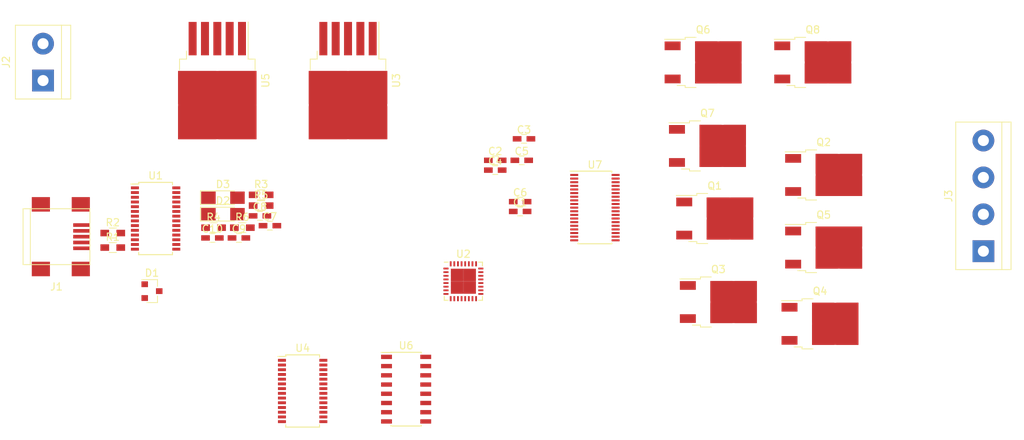
<source format=kicad_pcb>
(kicad_pcb (version 20171130) (host pcbnew 5.0.0-fee4fd1~66~ubuntu18.04.1)

  (general
    (thickness 1.6)
    (drawings 0)
    (tracks 0)
    (zones 0)
    (modules 37)
    (nets 172)
  )

  (page A4)
  (layers
    (0 F.Cu signal)
    (31 B.Cu signal)
    (32 B.Adhes user)
    (33 F.Adhes user)
    (34 B.Paste user)
    (35 F.Paste user)
    (36 B.SilkS user)
    (37 F.SilkS user)
    (38 B.Mask user)
    (39 F.Mask user)
    (40 Dwgs.User user)
    (41 Cmts.User user)
    (42 Eco1.User user)
    (43 Eco2.User user)
    (44 Edge.Cuts user)
    (45 Margin user)
    (46 B.CrtYd user)
    (47 F.CrtYd user)
    (48 B.Fab user)
    (49 F.Fab user)
  )

  (setup
    (last_trace_width 0.25)
    (trace_clearance 0.2)
    (zone_clearance 0.508)
    (zone_45_only no)
    (trace_min 0.2)
    (segment_width 0.2)
    (edge_width 0.15)
    (via_size 0.8)
    (via_drill 0.4)
    (via_min_size 0.4)
    (via_min_drill 0.3)
    (uvia_size 0.3)
    (uvia_drill 0.1)
    (uvias_allowed no)
    (uvia_min_size 0.2)
    (uvia_min_drill 0.1)
    (pcb_text_width 0.3)
    (pcb_text_size 1.5 1.5)
    (mod_edge_width 0.15)
    (mod_text_size 1 1)
    (mod_text_width 0.15)
    (pad_size 1.524 1.524)
    (pad_drill 0.762)
    (pad_to_mask_clearance 0.2)
    (aux_axis_origin 0 0)
    (visible_elements FFFFFF7F)
    (pcbplotparams
      (layerselection 0x010fc_ffffffff)
      (usegerberextensions false)
      (usegerberattributes false)
      (usegerberadvancedattributes false)
      (creategerberjobfile false)
      (excludeedgelayer true)
      (linewidth 0.100000)
      (plotframeref false)
      (viasonmask false)
      (mode 1)
      (useauxorigin false)
      (hpglpennumber 1)
      (hpglpenspeed 20)
      (hpglpendiameter 15.000000)
      (psnegative false)
      (psa4output false)
      (plotreference true)
      (plotvalue true)
      (plotinvisibletext false)
      (padsonsilk false)
      (subtractmaskfromsilk false)
      (outputformat 1)
      (mirror false)
      (drillshape 1)
      (scaleselection 1)
      (outputdirectory ""))
  )

  (net 0 "")
  (net 1 GND)
  (net 2 "Net-(U3-Pad4)")
  (net 3 +24V)
  (net 4 "Net-(U5-Pad4)")
  (net 5 "Net-(D1-Pad1)")
  (net 6 "Net-(R2-Pad1)")
  (net 7 "Net-(R1-Pad1)")
  (net 8 "Net-(D1-Pad2)")
  (net 9 "Net-(U6-Pad16)")
  (net 10 "Net-(U6-Pad15)")
  (net 11 "Net-(U6-Pad14)")
  (net 12 "Net-(U6-Pad13)")
  (net 13 "Net-(U6-Pad12)")
  (net 14 "Net-(U6-Pad11)")
  (net 15 "Net-(U6-Pad10)")
  (net 16 "Net-(U6-Pad9)")
  (net 17 "Net-(U6-Pad8)")
  (net 18 "Net-(U6-Pad7)")
  (net 19 "Net-(U6-Pad6)")
  (net 20 "Net-(U6-Pad5)")
  (net 21 "Net-(U6-Pad4)")
  (net 22 "Net-(U6-Pad3)")
  (net 23 "Net-(U6-Pad2)")
  (net 24 "Net-(U6-Pad1)")
  (net 25 "Net-(C6-Pad1)")
  (net 26 "Net-(C6-Pad2)")
  (net 27 "Net-(C5-Pad1)")
  (net 28 "Net-(C4-Pad1)")
  (net 29 "Net-(C3-Pad1)")
  (net 30 +3V3)
  (net 31 +5V)
  (net 32 "Net-(Q8-Pad2)")
  (net 33 "Net-(Q8-Pad3)")
  (net 34 "Net-(Q8-Pad1)")
  (net 35 "Net-(Q7-Pad1)")
  (net 36 "Net-(Q7-Pad3)")
  (net 37 "Net-(Q7-Pad2)")
  (net 38 "Net-(Q6-Pad2)")
  (net 39 "Net-(Q6-Pad3)")
  (net 40 "Net-(Q6-Pad1)")
  (net 41 "Net-(Q5-Pad1)")
  (net 42 "Net-(Q5-Pad3)")
  (net 43 "Net-(Q5-Pad2)")
  (net 44 "Net-(Q1-Pad2)")
  (net 45 "Net-(Q1-Pad3)")
  (net 46 "Net-(Q1-Pad1)")
  (net 47 "Net-(Q2-Pad1)")
  (net 48 "Net-(Q2-Pad3)")
  (net 49 "Net-(Q2-Pad2)")
  (net 50 "Net-(Q3-Pad2)")
  (net 51 "Net-(Q3-Pad3)")
  (net 52 "Net-(Q3-Pad1)")
  (net 53 "Net-(Q4-Pad1)")
  (net 54 "Net-(Q4-Pad3)")
  (net 55 "Net-(Q4-Pad2)")
  (net 56 "Net-(J3-Pad4)")
  (net 57 "Net-(J3-Pad1)")
  (net 58 "Net-(J3-Pad3)")
  (net 59 "Net-(J3-Pad2)")
  (net 60 "Net-(J1-Pad4)")
  (net 61 "Net-(J1-Pad1)")
  (net 62 "Net-(U7-Pad37)")
  (net 63 "Net-(U7-Pad36)")
  (net 64 "Net-(U7-Pad35)")
  (net 65 "Net-(U7-Pad34)")
  (net 66 "Net-(U7-Pad33)")
  (net 67 "Net-(U7-Pad32)")
  (net 68 "Net-(U7-Pad31)")
  (net 69 "Net-(U7-Pad30)")
  (net 70 "Net-(U7-Pad28)")
  (net 71 "Net-(U7-Pad27)")
  (net 72 "Net-(U7-Pad26)")
  (net 73 "Net-(U7-Pad25)")
  (net 74 "Net-(U7-Pad24)")
  (net 75 "Net-(U7-Pad23)")
  (net 76 "Net-(U7-Pad22)")
  (net 77 "Net-(U7-Pad21)")
  (net 78 "Net-(U7-Pad20)")
  (net 79 "Net-(U7-Pad19)")
  (net 80 "Net-(U7-Pad18)")
  (net 81 "Net-(U7-Pad17)")
  (net 82 "Net-(U7-Pad16)")
  (net 83 "Net-(U7-Pad15)")
  (net 84 "Net-(U7-Pad14)")
  (net 85 "Net-(U7-Pad13)")
  (net 86 "Net-(U7-Pad12)")
  (net 87 "Net-(U7-Pad11)")
  (net 88 "Net-(U7-Pad10)")
  (net 89 "Net-(U7-Pad9)")
  (net 90 "Net-(U7-Pad8)")
  (net 91 "Net-(U1-Pad28)")
  (net 92 "Net-(U1-Pad27)")
  (net 93 "Net-(U1-Pad26)")
  (net 94 "Net-(U1-Pad14)")
  (net 95 "Net-(U1-Pad13)")
  (net 96 "Net-(U1-Pad12)")
  (net 97 "Net-(U1-Pad11)")
  (net 98 "Net-(U1-Pad10)")
  (net 99 "Net-(U1-Pad9)")
  (net 100 "Net-(U1-Pad6)")
  (net 101 "Net-(U1-Pad5)")
  (net 102 "Net-(U1-Pad3)")
  (net 103 "Net-(U1-Pad2)")
  (net 104 "Net-(U1-Pad1)")
  (net 105 "Net-(U4-Pad1)")
  (net 106 "Net-(U4-Pad2)")
  (net 107 "Net-(U4-Pad3)")
  (net 108 "Net-(U4-Pad4)")
  (net 109 "Net-(U4-Pad5)")
  (net 110 "Net-(U4-Pad6)")
  (net 111 "Net-(U4-Pad7)")
  (net 112 "Net-(U4-Pad8)")
  (net 113 "Net-(U4-Pad9)")
  (net 114 "Net-(U4-Pad10)")
  (net 115 "Net-(U4-Pad11)")
  (net 116 "Net-(U4-Pad12)")
  (net 117 "Net-(U4-Pad13)")
  (net 118 "Net-(U4-Pad14)")
  (net 119 "Net-(U4-Pad15)")
  (net 120 "Net-(U4-Pad16)")
  (net 121 "Net-(U4-Pad17)")
  (net 122 "Net-(U4-Pad18)")
  (net 123 "Net-(U4-Pad19)")
  (net 124 "Net-(U4-Pad20)")
  (net 125 "Net-(U4-Pad21)")
  (net 126 "Net-(U4-Pad22)")
  (net 127 "Net-(U4-Pad23)")
  (net 128 "Net-(U4-Pad24)")
  (net 129 "Net-(U4-Pad25)")
  (net 130 "Net-(U4-Pad26)")
  (net 131 "Net-(U4-Pad27)")
  (net 132 "Net-(U4-Pad28)")
  (net 133 "Net-(U2-Pad33)")
  (net 134 "Net-(U2-Pad32)")
  (net 135 "Net-(U2-Pad31)")
  (net 136 "Net-(U2-Pad30)")
  (net 137 "Net-(U2-Pad29)")
  (net 138 "Net-(U2-Pad28)")
  (net 139 "Net-(U2-Pad27)")
  (net 140 "Net-(U2-Pad26)")
  (net 141 "Net-(U2-Pad25)")
  (net 142 "Net-(U2-Pad24)")
  (net 143 "Net-(U2-Pad23)")
  (net 144 "Net-(U2-Pad22)")
  (net 145 "Net-(U2-Pad21)")
  (net 146 "Net-(U2-Pad20)")
  (net 147 "Net-(U2-Pad19)")
  (net 148 "Net-(U2-Pad18)")
  (net 149 "Net-(U2-Pad17)")
  (net 150 "Net-(U2-Pad16)")
  (net 151 "Net-(U2-Pad15)")
  (net 152 "Net-(U2-Pad14)")
  (net 153 "Net-(U2-Pad13)")
  (net 154 "Net-(U2-Pad12)")
  (net 155 "Net-(U2-Pad11)")
  (net 156 "Net-(U2-Pad10)")
  (net 157 "Net-(U2-Pad9)")
  (net 158 "Net-(U2-Pad8)")
  (net 159 "Net-(U2-Pad7)")
  (net 160 "Net-(U2-Pad6)")
  (net 161 "Net-(U2-Pad5)")
  (net 162 "Net-(U2-Pad4)")
  (net 163 "Net-(U2-Pad3)")
  (net 164 "Net-(U2-Pad2)")
  (net 165 "Net-(U2-Pad1)")
  (net 166 "Net-(R3-Pad1)")
  (net 167 "Net-(R5-Pad2)")
  (net 168 "Net-(D2-Pad1)")
  (net 169 "Net-(D3-Pad1)")
  (net 170 "Net-(R6-Pad2)")
  (net 171 "Net-(C7-Pad1)")

  (net_class Default "This is the default net class."
    (clearance 0.2)
    (trace_width 0.25)
    (via_dia 0.8)
    (via_drill 0.4)
    (uvia_dia 0.3)
    (uvia_drill 0.1)
    (add_net +24V)
    (add_net +3V3)
    (add_net +5V)
    (add_net GND)
    (add_net "Net-(C3-Pad1)")
    (add_net "Net-(C4-Pad1)")
    (add_net "Net-(C5-Pad1)")
    (add_net "Net-(C6-Pad1)")
    (add_net "Net-(C6-Pad2)")
    (add_net "Net-(C7-Pad1)")
    (add_net "Net-(D1-Pad1)")
    (add_net "Net-(D1-Pad2)")
    (add_net "Net-(D2-Pad1)")
    (add_net "Net-(D3-Pad1)")
    (add_net "Net-(J1-Pad1)")
    (add_net "Net-(J1-Pad4)")
    (add_net "Net-(J3-Pad1)")
    (add_net "Net-(J3-Pad2)")
    (add_net "Net-(J3-Pad3)")
    (add_net "Net-(J3-Pad4)")
    (add_net "Net-(Q1-Pad1)")
    (add_net "Net-(Q1-Pad2)")
    (add_net "Net-(Q1-Pad3)")
    (add_net "Net-(Q2-Pad1)")
    (add_net "Net-(Q2-Pad2)")
    (add_net "Net-(Q2-Pad3)")
    (add_net "Net-(Q3-Pad1)")
    (add_net "Net-(Q3-Pad2)")
    (add_net "Net-(Q3-Pad3)")
    (add_net "Net-(Q4-Pad1)")
    (add_net "Net-(Q4-Pad2)")
    (add_net "Net-(Q4-Pad3)")
    (add_net "Net-(Q5-Pad1)")
    (add_net "Net-(Q5-Pad2)")
    (add_net "Net-(Q5-Pad3)")
    (add_net "Net-(Q6-Pad1)")
    (add_net "Net-(Q6-Pad2)")
    (add_net "Net-(Q6-Pad3)")
    (add_net "Net-(Q7-Pad1)")
    (add_net "Net-(Q7-Pad2)")
    (add_net "Net-(Q7-Pad3)")
    (add_net "Net-(Q8-Pad1)")
    (add_net "Net-(Q8-Pad2)")
    (add_net "Net-(Q8-Pad3)")
    (add_net "Net-(R1-Pad1)")
    (add_net "Net-(R2-Pad1)")
    (add_net "Net-(R3-Pad1)")
    (add_net "Net-(R5-Pad2)")
    (add_net "Net-(R6-Pad2)")
    (add_net "Net-(U1-Pad1)")
    (add_net "Net-(U1-Pad10)")
    (add_net "Net-(U1-Pad11)")
    (add_net "Net-(U1-Pad12)")
    (add_net "Net-(U1-Pad13)")
    (add_net "Net-(U1-Pad14)")
    (add_net "Net-(U1-Pad2)")
    (add_net "Net-(U1-Pad26)")
    (add_net "Net-(U1-Pad27)")
    (add_net "Net-(U1-Pad28)")
    (add_net "Net-(U1-Pad3)")
    (add_net "Net-(U1-Pad5)")
    (add_net "Net-(U1-Pad6)")
    (add_net "Net-(U1-Pad9)")
    (add_net "Net-(U2-Pad1)")
    (add_net "Net-(U2-Pad10)")
    (add_net "Net-(U2-Pad11)")
    (add_net "Net-(U2-Pad12)")
    (add_net "Net-(U2-Pad13)")
    (add_net "Net-(U2-Pad14)")
    (add_net "Net-(U2-Pad15)")
    (add_net "Net-(U2-Pad16)")
    (add_net "Net-(U2-Pad17)")
    (add_net "Net-(U2-Pad18)")
    (add_net "Net-(U2-Pad19)")
    (add_net "Net-(U2-Pad2)")
    (add_net "Net-(U2-Pad20)")
    (add_net "Net-(U2-Pad21)")
    (add_net "Net-(U2-Pad22)")
    (add_net "Net-(U2-Pad23)")
    (add_net "Net-(U2-Pad24)")
    (add_net "Net-(U2-Pad25)")
    (add_net "Net-(U2-Pad26)")
    (add_net "Net-(U2-Pad27)")
    (add_net "Net-(U2-Pad28)")
    (add_net "Net-(U2-Pad29)")
    (add_net "Net-(U2-Pad3)")
    (add_net "Net-(U2-Pad30)")
    (add_net "Net-(U2-Pad31)")
    (add_net "Net-(U2-Pad32)")
    (add_net "Net-(U2-Pad33)")
    (add_net "Net-(U2-Pad4)")
    (add_net "Net-(U2-Pad5)")
    (add_net "Net-(U2-Pad6)")
    (add_net "Net-(U2-Pad7)")
    (add_net "Net-(U2-Pad8)")
    (add_net "Net-(U2-Pad9)")
    (add_net "Net-(U3-Pad4)")
    (add_net "Net-(U4-Pad1)")
    (add_net "Net-(U4-Pad10)")
    (add_net "Net-(U4-Pad11)")
    (add_net "Net-(U4-Pad12)")
    (add_net "Net-(U4-Pad13)")
    (add_net "Net-(U4-Pad14)")
    (add_net "Net-(U4-Pad15)")
    (add_net "Net-(U4-Pad16)")
    (add_net "Net-(U4-Pad17)")
    (add_net "Net-(U4-Pad18)")
    (add_net "Net-(U4-Pad19)")
    (add_net "Net-(U4-Pad2)")
    (add_net "Net-(U4-Pad20)")
    (add_net "Net-(U4-Pad21)")
    (add_net "Net-(U4-Pad22)")
    (add_net "Net-(U4-Pad23)")
    (add_net "Net-(U4-Pad24)")
    (add_net "Net-(U4-Pad25)")
    (add_net "Net-(U4-Pad26)")
    (add_net "Net-(U4-Pad27)")
    (add_net "Net-(U4-Pad28)")
    (add_net "Net-(U4-Pad3)")
    (add_net "Net-(U4-Pad4)")
    (add_net "Net-(U4-Pad5)")
    (add_net "Net-(U4-Pad6)")
    (add_net "Net-(U4-Pad7)")
    (add_net "Net-(U4-Pad8)")
    (add_net "Net-(U4-Pad9)")
    (add_net "Net-(U5-Pad4)")
    (add_net "Net-(U6-Pad1)")
    (add_net "Net-(U6-Pad10)")
    (add_net "Net-(U6-Pad11)")
    (add_net "Net-(U6-Pad12)")
    (add_net "Net-(U6-Pad13)")
    (add_net "Net-(U6-Pad14)")
    (add_net "Net-(U6-Pad15)")
    (add_net "Net-(U6-Pad16)")
    (add_net "Net-(U6-Pad2)")
    (add_net "Net-(U6-Pad3)")
    (add_net "Net-(U6-Pad4)")
    (add_net "Net-(U6-Pad5)")
    (add_net "Net-(U6-Pad6)")
    (add_net "Net-(U6-Pad7)")
    (add_net "Net-(U6-Pad8)")
    (add_net "Net-(U6-Pad9)")
    (add_net "Net-(U7-Pad10)")
    (add_net "Net-(U7-Pad11)")
    (add_net "Net-(U7-Pad12)")
    (add_net "Net-(U7-Pad13)")
    (add_net "Net-(U7-Pad14)")
    (add_net "Net-(U7-Pad15)")
    (add_net "Net-(U7-Pad16)")
    (add_net "Net-(U7-Pad17)")
    (add_net "Net-(U7-Pad18)")
    (add_net "Net-(U7-Pad19)")
    (add_net "Net-(U7-Pad20)")
    (add_net "Net-(U7-Pad21)")
    (add_net "Net-(U7-Pad22)")
    (add_net "Net-(U7-Pad23)")
    (add_net "Net-(U7-Pad24)")
    (add_net "Net-(U7-Pad25)")
    (add_net "Net-(U7-Pad26)")
    (add_net "Net-(U7-Pad27)")
    (add_net "Net-(U7-Pad28)")
    (add_net "Net-(U7-Pad30)")
    (add_net "Net-(U7-Pad31)")
    (add_net "Net-(U7-Pad32)")
    (add_net "Net-(U7-Pad33)")
    (add_net "Net-(U7-Pad34)")
    (add_net "Net-(U7-Pad35)")
    (add_net "Net-(U7-Pad36)")
    (add_net "Net-(U7-Pad37)")
    (add_net "Net-(U7-Pad8)")
    (add_net "Net-(U7-Pad9)")
  )

  (module Capacitors_SMD:C_0603_HandSoldering (layer F.Cu) (tedit 58AA848B) (tstamp 5B94A339)
    (at 137.745001 89.985001)
    (descr "Capacitor SMD 0603, hand soldering")
    (tags "capacitor 0603")
    (path /5B9498F1)
    (attr smd)
    (fp_text reference C7 (at 0 -1.25) (layer F.SilkS)
      (effects (font (size 1 1) (thickness 0.15)))
    )
    (fp_text value 0.1uF (at 0 1.5) (layer F.Fab)
      (effects (font (size 1 1) (thickness 0.15)))
    )
    (fp_text user %R (at 0 -1.25) (layer F.Fab)
      (effects (font (size 1 1) (thickness 0.15)))
    )
    (fp_line (start -0.8 0.4) (end -0.8 -0.4) (layer F.Fab) (width 0.1))
    (fp_line (start 0.8 0.4) (end -0.8 0.4) (layer F.Fab) (width 0.1))
    (fp_line (start 0.8 -0.4) (end 0.8 0.4) (layer F.Fab) (width 0.1))
    (fp_line (start -0.8 -0.4) (end 0.8 -0.4) (layer F.Fab) (width 0.1))
    (fp_line (start -0.35 -0.6) (end 0.35 -0.6) (layer F.SilkS) (width 0.12))
    (fp_line (start 0.35 0.6) (end -0.35 0.6) (layer F.SilkS) (width 0.12))
    (fp_line (start -1.8 -0.65) (end 1.8 -0.65) (layer F.CrtYd) (width 0.05))
    (fp_line (start -1.8 -0.65) (end -1.8 0.65) (layer F.CrtYd) (width 0.05))
    (fp_line (start 1.8 0.65) (end 1.8 -0.65) (layer F.CrtYd) (width 0.05))
    (fp_line (start 1.8 0.65) (end -1.8 0.65) (layer F.CrtYd) (width 0.05))
    (pad 1 smd rect (at -0.95 0) (size 1.2 0.75) (layers F.Cu F.Paste F.Mask)
      (net 171 "Net-(C7-Pad1)"))
    (pad 2 smd rect (at 0.95 0) (size 1.2 0.75) (layers F.Cu F.Paste F.Mask)
      (net 1 GND))
    (model Capacitors_SMD.3dshapes/C_0603.wrl
      (at (xyz 0 0 0))
      (scale (xyz 1 1 1))
      (rotate (xyz 0 0 0))
    )
  )

  (module Capacitors_SMD:C_0603_HandSoldering (layer F.Cu) (tedit 58AA848B) (tstamp 5B94A328)
    (at 136.375001 88.635001)
    (descr "Capacitor SMD 0603, hand soldering")
    (tags "capacitor 0603")
    (path /5B949FE4)
    (attr smd)
    (fp_text reference C8 (at 0 -1.25) (layer F.SilkS)
      (effects (font (size 1 1) (thickness 0.15)))
    )
    (fp_text value 0.1uF (at 0 1.5) (layer F.Fab)
      (effects (font (size 1 1) (thickness 0.15)))
    )
    (fp_line (start 1.8 0.65) (end -1.8 0.65) (layer F.CrtYd) (width 0.05))
    (fp_line (start 1.8 0.65) (end 1.8 -0.65) (layer F.CrtYd) (width 0.05))
    (fp_line (start -1.8 -0.65) (end -1.8 0.65) (layer F.CrtYd) (width 0.05))
    (fp_line (start -1.8 -0.65) (end 1.8 -0.65) (layer F.CrtYd) (width 0.05))
    (fp_line (start 0.35 0.6) (end -0.35 0.6) (layer F.SilkS) (width 0.12))
    (fp_line (start -0.35 -0.6) (end 0.35 -0.6) (layer F.SilkS) (width 0.12))
    (fp_line (start -0.8 -0.4) (end 0.8 -0.4) (layer F.Fab) (width 0.1))
    (fp_line (start 0.8 -0.4) (end 0.8 0.4) (layer F.Fab) (width 0.1))
    (fp_line (start 0.8 0.4) (end -0.8 0.4) (layer F.Fab) (width 0.1))
    (fp_line (start -0.8 0.4) (end -0.8 -0.4) (layer F.Fab) (width 0.1))
    (fp_text user %R (at 0 -1.25) (layer F.Fab)
      (effects (font (size 1 1) (thickness 0.15)))
    )
    (pad 2 smd rect (at 0.95 0) (size 1.2 0.75) (layers F.Cu F.Paste F.Mask)
      (net 31 +5V))
    (pad 1 smd rect (at -0.95 0) (size 1.2 0.75) (layers F.Cu F.Paste F.Mask)
      (net 1 GND))
    (model Capacitors_SMD.3dshapes/C_0603.wrl
      (at (xyz 0 0 0))
      (scale (xyz 1 1 1))
      (rotate (xyz 0 0 0))
    )
  )

  (module Capacitors_SMD:C_0603_HandSoldering (layer F.Cu) (tedit 58AA848B) (tstamp 5B94A317)
    (at 133.475001 91.675001)
    (descr "Capacitor SMD 0603, hand soldering")
    (tags "capacitor 0603")
    (path /5B94A10F)
    (attr smd)
    (fp_text reference C9 (at 0 -1.25) (layer F.SilkS)
      (effects (font (size 1 1) (thickness 0.15)))
    )
    (fp_text value 0.1uF (at 0 1.5) (layer F.Fab)
      (effects (font (size 1 1) (thickness 0.15)))
    )
    (fp_text user %R (at 0 -1.25) (layer F.Fab)
      (effects (font (size 1 1) (thickness 0.15)))
    )
    (fp_line (start -0.8 0.4) (end -0.8 -0.4) (layer F.Fab) (width 0.1))
    (fp_line (start 0.8 0.4) (end -0.8 0.4) (layer F.Fab) (width 0.1))
    (fp_line (start 0.8 -0.4) (end 0.8 0.4) (layer F.Fab) (width 0.1))
    (fp_line (start -0.8 -0.4) (end 0.8 -0.4) (layer F.Fab) (width 0.1))
    (fp_line (start -0.35 -0.6) (end 0.35 -0.6) (layer F.SilkS) (width 0.12))
    (fp_line (start 0.35 0.6) (end -0.35 0.6) (layer F.SilkS) (width 0.12))
    (fp_line (start -1.8 -0.65) (end 1.8 -0.65) (layer F.CrtYd) (width 0.05))
    (fp_line (start -1.8 -0.65) (end -1.8 0.65) (layer F.CrtYd) (width 0.05))
    (fp_line (start 1.8 0.65) (end 1.8 -0.65) (layer F.CrtYd) (width 0.05))
    (fp_line (start 1.8 0.65) (end -1.8 0.65) (layer F.CrtYd) (width 0.05))
    (pad 1 smd rect (at -0.95 0) (size 1.2 0.75) (layers F.Cu F.Paste F.Mask)
      (net 1 GND))
    (pad 2 smd rect (at 0.95 0) (size 1.2 0.75) (layers F.Cu F.Paste F.Mask)
      (net 31 +5V))
    (model Capacitors_SMD.3dshapes/C_0603.wrl
      (at (xyz 0 0 0))
      (scale (xyz 1 1 1))
      (rotate (xyz 0 0 0))
    )
  )

  (module Capacitors_SMD:C_0603_HandSoldering (layer F.Cu) (tedit 58AA848B) (tstamp 5B94A306)
    (at 129.825001 91.675001)
    (descr "Capacitor SMD 0603, hand soldering")
    (tags "capacitor 0603")
    (path /5B94ACAE)
    (attr smd)
    (fp_text reference C10 (at 0 -1.25) (layer F.SilkS)
      (effects (font (size 1 1) (thickness 0.15)))
    )
    (fp_text value 4.7uF (at 0 1.5) (layer F.Fab)
      (effects (font (size 1 1) (thickness 0.15)))
    )
    (fp_line (start 1.8 0.65) (end -1.8 0.65) (layer F.CrtYd) (width 0.05))
    (fp_line (start 1.8 0.65) (end 1.8 -0.65) (layer F.CrtYd) (width 0.05))
    (fp_line (start -1.8 -0.65) (end -1.8 0.65) (layer F.CrtYd) (width 0.05))
    (fp_line (start -1.8 -0.65) (end 1.8 -0.65) (layer F.CrtYd) (width 0.05))
    (fp_line (start 0.35 0.6) (end -0.35 0.6) (layer F.SilkS) (width 0.12))
    (fp_line (start -0.35 -0.6) (end 0.35 -0.6) (layer F.SilkS) (width 0.12))
    (fp_line (start -0.8 -0.4) (end 0.8 -0.4) (layer F.Fab) (width 0.1))
    (fp_line (start 0.8 -0.4) (end 0.8 0.4) (layer F.Fab) (width 0.1))
    (fp_line (start 0.8 0.4) (end -0.8 0.4) (layer F.Fab) (width 0.1))
    (fp_line (start -0.8 0.4) (end -0.8 -0.4) (layer F.Fab) (width 0.1))
    (fp_text user %R (at 0 -1.25) (layer F.Fab)
      (effects (font (size 1 1) (thickness 0.15)))
    )
    (pad 2 smd rect (at 0.95 0) (size 1.2 0.75) (layers F.Cu F.Paste F.Mask)
      (net 31 +5V))
    (pad 1 smd rect (at -0.95 0) (size 1.2 0.75) (layers F.Cu F.Paste F.Mask)
      (net 1 GND))
    (model Capacitors_SMD.3dshapes/C_0603.wrl
      (at (xyz 0 0 0))
      (scale (xyz 1 1 1))
      (rotate (xyz 0 0 0))
    )
  )

  (module LEDs:LED_1206_HandSoldering (layer F.Cu) (tedit 595FC724) (tstamp 5B94A08B)
    (at 131.275001 88.395001)
    (descr "LED SMD 1206, hand soldering")
    (tags "LED 1206")
    (path /5B952817)
    (attr smd)
    (fp_text reference D2 (at 0 -1.85) (layer F.SilkS)
      (effects (font (size 1 1) (thickness 0.15)))
    )
    (fp_text value LED (at 0 1.9) (layer F.Fab)
      (effects (font (size 1 1) (thickness 0.15)))
    )
    (fp_line (start -3.1 -0.95) (end -3.1 0.95) (layer F.SilkS) (width 0.12))
    (fp_line (start -0.4 0) (end 0.2 -0.4) (layer F.Fab) (width 0.1))
    (fp_line (start 0.2 -0.4) (end 0.2 0.4) (layer F.Fab) (width 0.1))
    (fp_line (start 0.2 0.4) (end -0.4 0) (layer F.Fab) (width 0.1))
    (fp_line (start -0.45 -0.4) (end -0.45 0.4) (layer F.Fab) (width 0.1))
    (fp_line (start -1.6 0.8) (end -1.6 -0.8) (layer F.Fab) (width 0.1))
    (fp_line (start 1.6 0.8) (end -1.6 0.8) (layer F.Fab) (width 0.1))
    (fp_line (start 1.6 -0.8) (end 1.6 0.8) (layer F.Fab) (width 0.1))
    (fp_line (start -1.6 -0.8) (end 1.6 -0.8) (layer F.Fab) (width 0.1))
    (fp_line (start -3.1 0.95) (end 1.6 0.95) (layer F.SilkS) (width 0.12))
    (fp_line (start -3.1 -0.95) (end 1.6 -0.95) (layer F.SilkS) (width 0.12))
    (fp_line (start -3.25 -1.11) (end 3.25 -1.11) (layer F.CrtYd) (width 0.05))
    (fp_line (start -3.25 -1.11) (end -3.25 1.1) (layer F.CrtYd) (width 0.05))
    (fp_line (start 3.25 1.1) (end 3.25 -1.11) (layer F.CrtYd) (width 0.05))
    (fp_line (start 3.25 1.1) (end -3.25 1.1) (layer F.CrtYd) (width 0.05))
    (pad 1 smd rect (at -2 0) (size 2 1.7) (layers F.Cu F.Paste F.Mask)
      (net 168 "Net-(D2-Pad1)"))
    (pad 2 smd rect (at 2 0) (size 2 1.7) (layers F.Cu F.Paste F.Mask)
      (net 31 +5V))
    (model ${KISYS3DMOD}/LEDs.3dshapes/LED_1206.wrl
      (at (xyz 0 0 0))
      (scale (xyz 1 1 1))
      (rotate (xyz 0 0 180))
    )
  )

  (module LEDs:LED_1206_HandSoldering (layer F.Cu) (tedit 595FC724) (tstamp 5B94A076)
    (at 131.275001 86.135001)
    (descr "LED SMD 1206, hand soldering")
    (tags "LED 1206")
    (path /5B9528E7)
    (attr smd)
    (fp_text reference D3 (at 0 -1.85) (layer F.SilkS)
      (effects (font (size 1 1) (thickness 0.15)))
    )
    (fp_text value LED (at 0 1.9) (layer F.Fab)
      (effects (font (size 1 1) (thickness 0.15)))
    )
    (fp_line (start 3.25 1.1) (end -3.25 1.1) (layer F.CrtYd) (width 0.05))
    (fp_line (start 3.25 1.1) (end 3.25 -1.11) (layer F.CrtYd) (width 0.05))
    (fp_line (start -3.25 -1.11) (end -3.25 1.1) (layer F.CrtYd) (width 0.05))
    (fp_line (start -3.25 -1.11) (end 3.25 -1.11) (layer F.CrtYd) (width 0.05))
    (fp_line (start -3.1 -0.95) (end 1.6 -0.95) (layer F.SilkS) (width 0.12))
    (fp_line (start -3.1 0.95) (end 1.6 0.95) (layer F.SilkS) (width 0.12))
    (fp_line (start -1.6 -0.8) (end 1.6 -0.8) (layer F.Fab) (width 0.1))
    (fp_line (start 1.6 -0.8) (end 1.6 0.8) (layer F.Fab) (width 0.1))
    (fp_line (start 1.6 0.8) (end -1.6 0.8) (layer F.Fab) (width 0.1))
    (fp_line (start -1.6 0.8) (end -1.6 -0.8) (layer F.Fab) (width 0.1))
    (fp_line (start -0.45 -0.4) (end -0.45 0.4) (layer F.Fab) (width 0.1))
    (fp_line (start 0.2 0.4) (end -0.4 0) (layer F.Fab) (width 0.1))
    (fp_line (start 0.2 -0.4) (end 0.2 0.4) (layer F.Fab) (width 0.1))
    (fp_line (start -0.4 0) (end 0.2 -0.4) (layer F.Fab) (width 0.1))
    (fp_line (start -3.1 -0.95) (end -3.1 0.95) (layer F.SilkS) (width 0.12))
    (pad 2 smd rect (at 2 0) (size 2 1.7) (layers F.Cu F.Paste F.Mask)
      (net 31 +5V))
    (pad 1 smd rect (at -2 0) (size 2 1.7) (layers F.Cu F.Paste F.Mask)
      (net 169 "Net-(D3-Pad1)"))
    (model ${KISYS3DMOD}/LEDs.3dshapes/LED_1206.wrl
      (at (xyz 0 0 0))
      (scale (xyz 1 1 1))
      (rotate (xyz 0 0 180))
    )
  )

  (module Resistors_SMD:R_0603_HandSoldering (layer F.Cu) (tedit 58E0A804) (tstamp 5B94A061)
    (at 133.945001 90.260001)
    (descr "Resistor SMD 0603, hand soldering")
    (tags "resistor 0603")
    (path /5B952BF6)
    (attr smd)
    (fp_text reference R6 (at 0 -1.45) (layer F.SilkS)
      (effects (font (size 1 1) (thickness 0.15)))
    )
    (fp_text value 330R (at 0 1.55) (layer F.Fab)
      (effects (font (size 1 1) (thickness 0.15)))
    )
    (fp_text user %R (at 0 0) (layer F.Fab)
      (effects (font (size 0.4 0.4) (thickness 0.075)))
    )
    (fp_line (start -0.8 0.4) (end -0.8 -0.4) (layer F.Fab) (width 0.1))
    (fp_line (start 0.8 0.4) (end -0.8 0.4) (layer F.Fab) (width 0.1))
    (fp_line (start 0.8 -0.4) (end 0.8 0.4) (layer F.Fab) (width 0.1))
    (fp_line (start -0.8 -0.4) (end 0.8 -0.4) (layer F.Fab) (width 0.1))
    (fp_line (start 0.5 0.68) (end -0.5 0.68) (layer F.SilkS) (width 0.12))
    (fp_line (start -0.5 -0.68) (end 0.5 -0.68) (layer F.SilkS) (width 0.12))
    (fp_line (start -1.96 -0.7) (end 1.95 -0.7) (layer F.CrtYd) (width 0.05))
    (fp_line (start -1.96 -0.7) (end -1.96 0.7) (layer F.CrtYd) (width 0.05))
    (fp_line (start 1.95 0.7) (end 1.95 -0.7) (layer F.CrtYd) (width 0.05))
    (fp_line (start 1.95 0.7) (end -1.96 0.7) (layer F.CrtYd) (width 0.05))
    (pad 1 smd rect (at -1.1 0) (size 1.2 0.9) (layers F.Cu F.Paste F.Mask)
      (net 169 "Net-(D3-Pad1)"))
    (pad 2 smd rect (at 1.1 0) (size 1.2 0.9) (layers F.Cu F.Paste F.Mask)
      (net 170 "Net-(R6-Pad2)"))
    (model ${KISYS3DMOD}/Resistors_SMD.3dshapes/R_0603.wrl
      (at (xyz 0 0 0))
      (scale (xyz 1 1 1))
      (rotate (xyz 0 0 0))
    )
  )

  (module Resistors_SMD:R_0603_HandSoldering (layer F.Cu) (tedit 58E0A804) (tstamp 5B94A050)
    (at 136.535001 87.220001)
    (descr "Resistor SMD 0603, hand soldering")
    (tags "resistor 0603")
    (path /5B95298F)
    (attr smd)
    (fp_text reference R5 (at 0 -1.45) (layer F.SilkS)
      (effects (font (size 1 1) (thickness 0.15)))
    )
    (fp_text value 330R (at 0 1.55) (layer F.Fab)
      (effects (font (size 1 1) (thickness 0.15)))
    )
    (fp_line (start 1.95 0.7) (end -1.96 0.7) (layer F.CrtYd) (width 0.05))
    (fp_line (start 1.95 0.7) (end 1.95 -0.7) (layer F.CrtYd) (width 0.05))
    (fp_line (start -1.96 -0.7) (end -1.96 0.7) (layer F.CrtYd) (width 0.05))
    (fp_line (start -1.96 -0.7) (end 1.95 -0.7) (layer F.CrtYd) (width 0.05))
    (fp_line (start -0.5 -0.68) (end 0.5 -0.68) (layer F.SilkS) (width 0.12))
    (fp_line (start 0.5 0.68) (end -0.5 0.68) (layer F.SilkS) (width 0.12))
    (fp_line (start -0.8 -0.4) (end 0.8 -0.4) (layer F.Fab) (width 0.1))
    (fp_line (start 0.8 -0.4) (end 0.8 0.4) (layer F.Fab) (width 0.1))
    (fp_line (start 0.8 0.4) (end -0.8 0.4) (layer F.Fab) (width 0.1))
    (fp_line (start -0.8 0.4) (end -0.8 -0.4) (layer F.Fab) (width 0.1))
    (fp_text user %R (at 0 0) (layer F.Fab)
      (effects (font (size 0.4 0.4) (thickness 0.075)))
    )
    (pad 2 smd rect (at 1.1 0) (size 1.2 0.9) (layers F.Cu F.Paste F.Mask)
      (net 167 "Net-(R5-Pad2)"))
    (pad 1 smd rect (at -1.1 0) (size 1.2 0.9) (layers F.Cu F.Paste F.Mask)
      (net 168 "Net-(D2-Pad1)"))
    (model ${KISYS3DMOD}/Resistors_SMD.3dshapes/R_0603.wrl
      (at (xyz 0 0 0))
      (scale (xyz 1 1 1))
      (rotate (xyz 0 0 0))
    )
  )

  (module Resistors_SMD:R_0603_HandSoldering (layer F.Cu) (tedit 58E0A804) (tstamp 5B94A03F)
    (at 129.985001 90.260001)
    (descr "Resistor SMD 0603, hand soldering")
    (tags "resistor 0603")
    (path /5B944767)
    (attr smd)
    (fp_text reference R4 (at 0 -1.45) (layer F.SilkS)
      (effects (font (size 1 1) (thickness 0.15)))
    )
    (fp_text value 10k (at 0 1.55) (layer F.Fab)
      (effects (font (size 1 1) (thickness 0.15)))
    )
    (fp_text user %R (at 0 0) (layer F.Fab)
      (effects (font (size 0.4 0.4) (thickness 0.075)))
    )
    (fp_line (start -0.8 0.4) (end -0.8 -0.4) (layer F.Fab) (width 0.1))
    (fp_line (start 0.8 0.4) (end -0.8 0.4) (layer F.Fab) (width 0.1))
    (fp_line (start 0.8 -0.4) (end 0.8 0.4) (layer F.Fab) (width 0.1))
    (fp_line (start -0.8 -0.4) (end 0.8 -0.4) (layer F.Fab) (width 0.1))
    (fp_line (start 0.5 0.68) (end -0.5 0.68) (layer F.SilkS) (width 0.12))
    (fp_line (start -0.5 -0.68) (end 0.5 -0.68) (layer F.SilkS) (width 0.12))
    (fp_line (start -1.96 -0.7) (end 1.95 -0.7) (layer F.CrtYd) (width 0.05))
    (fp_line (start -1.96 -0.7) (end -1.96 0.7) (layer F.CrtYd) (width 0.05))
    (fp_line (start 1.95 0.7) (end 1.95 -0.7) (layer F.CrtYd) (width 0.05))
    (fp_line (start 1.95 0.7) (end -1.96 0.7) (layer F.CrtYd) (width 0.05))
    (pad 1 smd rect (at -1.1 0) (size 1.2 0.9) (layers F.Cu F.Paste F.Mask)
      (net 1 GND))
    (pad 2 smd rect (at 1.1 0) (size 1.2 0.9) (layers F.Cu F.Paste F.Mask)
      (net 166 "Net-(R3-Pad1)"))
    (model ${KISYS3DMOD}/Resistors_SMD.3dshapes/R_0603.wrl
      (at (xyz 0 0 0))
      (scale (xyz 1 1 1))
      (rotate (xyz 0 0 0))
    )
  )

  (module Resistors_SMD:R_0603_HandSoldering (layer F.Cu) (tedit 58E0A804) (tstamp 5B94A02E)
    (at 136.535001 85.740001)
    (descr "Resistor SMD 0603, hand soldering")
    (tags "resistor 0603")
    (path /5B9446B7)
    (attr smd)
    (fp_text reference R3 (at 0 -1.45) (layer F.SilkS)
      (effects (font (size 1 1) (thickness 0.15)))
    )
    (fp_text value 4k7 (at 0 1.55) (layer F.Fab)
      (effects (font (size 1 1) (thickness 0.15)))
    )
    (fp_line (start 1.95 0.7) (end -1.96 0.7) (layer F.CrtYd) (width 0.05))
    (fp_line (start 1.95 0.7) (end 1.95 -0.7) (layer F.CrtYd) (width 0.05))
    (fp_line (start -1.96 -0.7) (end -1.96 0.7) (layer F.CrtYd) (width 0.05))
    (fp_line (start -1.96 -0.7) (end 1.95 -0.7) (layer F.CrtYd) (width 0.05))
    (fp_line (start -0.5 -0.68) (end 0.5 -0.68) (layer F.SilkS) (width 0.12))
    (fp_line (start 0.5 0.68) (end -0.5 0.68) (layer F.SilkS) (width 0.12))
    (fp_line (start -0.8 -0.4) (end 0.8 -0.4) (layer F.Fab) (width 0.1))
    (fp_line (start 0.8 -0.4) (end 0.8 0.4) (layer F.Fab) (width 0.1))
    (fp_line (start 0.8 0.4) (end -0.8 0.4) (layer F.Fab) (width 0.1))
    (fp_line (start -0.8 0.4) (end -0.8 -0.4) (layer F.Fab) (width 0.1))
    (fp_text user %R (at 0 0) (layer F.Fab)
      (effects (font (size 0.4 0.4) (thickness 0.075)))
    )
    (pad 2 smd rect (at 1.1 0) (size 1.2 0.9) (layers F.Cu F.Paste F.Mask)
      (net 61 "Net-(J1-Pad1)"))
    (pad 1 smd rect (at -1.1 0) (size 1.2 0.9) (layers F.Cu F.Paste F.Mask)
      (net 166 "Net-(R3-Pad1)"))
    (model ${KISYS3DMOD}/Resistors_SMD.3dshapes/R_0603.wrl
      (at (xyz 0 0 0))
      (scale (xyz 1 1 1))
      (rotate (xyz 0 0 0))
    )
  )

  (module TO_SOT_Packages_SMD:SOT-23 (layer F.Cu) (tedit 58CE4E7E) (tstamp 5B948448)
    (at 121.5 99)
    (descr "SOT-23, Standard")
    (tags SOT-23)
    (path /5B88EF02)
    (attr smd)
    (fp_text reference D1 (at 0 -2.5) (layer F.SilkS)
      (effects (font (size 1 1) (thickness 0.15)))
    )
    (fp_text value SP0502BAHT (at 0 2.5) (layer F.Fab)
      (effects (font (size 1 1) (thickness 0.15)))
    )
    (fp_line (start 0.76 1.58) (end -0.7 1.58) (layer F.SilkS) (width 0.12))
    (fp_line (start 0.76 -1.58) (end -1.4 -1.58) (layer F.SilkS) (width 0.12))
    (fp_line (start -1.7 1.75) (end -1.7 -1.75) (layer F.CrtYd) (width 0.05))
    (fp_line (start 1.7 1.75) (end -1.7 1.75) (layer F.CrtYd) (width 0.05))
    (fp_line (start 1.7 -1.75) (end 1.7 1.75) (layer F.CrtYd) (width 0.05))
    (fp_line (start -1.7 -1.75) (end 1.7 -1.75) (layer F.CrtYd) (width 0.05))
    (fp_line (start 0.76 -1.58) (end 0.76 -0.65) (layer F.SilkS) (width 0.12))
    (fp_line (start 0.76 1.58) (end 0.76 0.65) (layer F.SilkS) (width 0.12))
    (fp_line (start -0.7 1.52) (end 0.7 1.52) (layer F.Fab) (width 0.1))
    (fp_line (start 0.7 -1.52) (end 0.7 1.52) (layer F.Fab) (width 0.1))
    (fp_line (start -0.7 -0.95) (end -0.15 -1.52) (layer F.Fab) (width 0.1))
    (fp_line (start -0.15 -1.52) (end 0.7 -1.52) (layer F.Fab) (width 0.1))
    (fp_line (start -0.7 -0.95) (end -0.7 1.5) (layer F.Fab) (width 0.1))
    (fp_text user %R (at 0 0 90) (layer F.Fab)
      (effects (font (size 0.5 0.5) (thickness 0.075)))
    )
    (pad 3 smd rect (at 1 0) (size 0.9 0.8) (layers F.Cu F.Paste F.Mask)
      (net 1 GND))
    (pad 2 smd rect (at -1 0.95) (size 0.9 0.8) (layers F.Cu F.Paste F.Mask)
      (net 8 "Net-(D1-Pad2)"))
    (pad 1 smd rect (at -1 -0.95) (size 0.9 0.8) (layers F.Cu F.Paste F.Mask)
      (net 5 "Net-(D1-Pad1)"))
    (model ${KISYS3DMOD}/TO_SOT_Packages_SMD.3dshapes/SOT-23.wrl
      (at (xyz 0 0 0))
      (scale (xyz 1 1 1))
      (rotate (xyz 0 0 0))
    )
  )

  (module Housings_DFN_QFN:QFN-32-1EP_5x5mm_Pitch0.5mm (layer F.Cu) (tedit 54130A77) (tstamp 5B9474FC)
    (at 164.3875 97.6375)
    (descr "UH Package; 32-Lead Plastic QFN (5mm x 5mm); (see Linear Technology QFN_32_05-08-1693.pdf)")
    (tags "QFN 0.5")
    (path /5B88A0D0)
    (attr smd)
    (fp_text reference U2 (at 0 -3.75) (layer F.SilkS)
      (effects (font (size 1 1) (thickness 0.15)))
    )
    (fp_text value ESP8266EX (at 0 3.75) (layer F.Fab)
      (effects (font (size 1 1) (thickness 0.15)))
    )
    (fp_line (start 2.625 -2.625) (end 2.1 -2.625) (layer F.SilkS) (width 0.15))
    (fp_line (start 2.625 2.625) (end 2.1 2.625) (layer F.SilkS) (width 0.15))
    (fp_line (start -2.625 2.625) (end -2.1 2.625) (layer F.SilkS) (width 0.15))
    (fp_line (start -2.625 -2.625) (end -2.1 -2.625) (layer F.SilkS) (width 0.15))
    (fp_line (start 2.625 2.625) (end 2.625 2.1) (layer F.SilkS) (width 0.15))
    (fp_line (start -2.625 2.625) (end -2.625 2.1) (layer F.SilkS) (width 0.15))
    (fp_line (start 2.625 -2.625) (end 2.625 -2.1) (layer F.SilkS) (width 0.15))
    (fp_line (start -3 3) (end 3 3) (layer F.CrtYd) (width 0.05))
    (fp_line (start -3 -3) (end 3 -3) (layer F.CrtYd) (width 0.05))
    (fp_line (start 3 -3) (end 3 3) (layer F.CrtYd) (width 0.05))
    (fp_line (start -3 -3) (end -3 3) (layer F.CrtYd) (width 0.05))
    (fp_line (start -2.5 -1.5) (end -1.5 -2.5) (layer F.Fab) (width 0.15))
    (fp_line (start -2.5 2.5) (end -2.5 -1.5) (layer F.Fab) (width 0.15))
    (fp_line (start 2.5 2.5) (end -2.5 2.5) (layer F.Fab) (width 0.15))
    (fp_line (start 2.5 -2.5) (end 2.5 2.5) (layer F.Fab) (width 0.15))
    (fp_line (start -1.5 -2.5) (end 2.5 -2.5) (layer F.Fab) (width 0.15))
    (pad 33 smd rect (at -0.8625 -0.8625) (size 1.725 1.725) (layers F.Cu F.Paste F.Mask)
      (net 133 "Net-(U2-Pad33)") (solder_paste_margin_ratio -0.2))
    (pad 33 smd rect (at -0.8625 0.8625) (size 1.725 1.725) (layers F.Cu F.Paste F.Mask)
      (net 133 "Net-(U2-Pad33)") (solder_paste_margin_ratio -0.2))
    (pad 33 smd rect (at 0.8625 -0.8625) (size 1.725 1.725) (layers F.Cu F.Paste F.Mask)
      (net 133 "Net-(U2-Pad33)") (solder_paste_margin_ratio -0.2))
    (pad 33 smd rect (at 0.8625 0.8625) (size 1.725 1.725) (layers F.Cu F.Paste F.Mask)
      (net 133 "Net-(U2-Pad33)") (solder_paste_margin_ratio -0.2))
    (pad 32 smd rect (at -1.75 -2.4 90) (size 0.7 0.25) (layers F.Cu F.Paste F.Mask)
      (net 134 "Net-(U2-Pad32)"))
    (pad 31 smd rect (at -1.25 -2.4 90) (size 0.7 0.25) (layers F.Cu F.Paste F.Mask)
      (net 135 "Net-(U2-Pad31)"))
    (pad 30 smd rect (at -0.75 -2.4 90) (size 0.7 0.25) (layers F.Cu F.Paste F.Mask)
      (net 136 "Net-(U2-Pad30)"))
    (pad 29 smd rect (at -0.25 -2.4 90) (size 0.7 0.25) (layers F.Cu F.Paste F.Mask)
      (net 137 "Net-(U2-Pad29)"))
    (pad 28 smd rect (at 0.25 -2.4 90) (size 0.7 0.25) (layers F.Cu F.Paste F.Mask)
      (net 138 "Net-(U2-Pad28)"))
    (pad 27 smd rect (at 0.75 -2.4 90) (size 0.7 0.25) (layers F.Cu F.Paste F.Mask)
      (net 139 "Net-(U2-Pad27)"))
    (pad 26 smd rect (at 1.25 -2.4 90) (size 0.7 0.25) (layers F.Cu F.Paste F.Mask)
      (net 140 "Net-(U2-Pad26)"))
    (pad 25 smd rect (at 1.75 -2.4 90) (size 0.7 0.25) (layers F.Cu F.Paste F.Mask)
      (net 141 "Net-(U2-Pad25)"))
    (pad 24 smd rect (at 2.4 -1.75) (size 0.7 0.25) (layers F.Cu F.Paste F.Mask)
      (net 142 "Net-(U2-Pad24)"))
    (pad 23 smd rect (at 2.4 -1.25) (size 0.7 0.25) (layers F.Cu F.Paste F.Mask)
      (net 143 "Net-(U2-Pad23)"))
    (pad 22 smd rect (at 2.4 -0.75) (size 0.7 0.25) (layers F.Cu F.Paste F.Mask)
      (net 144 "Net-(U2-Pad22)"))
    (pad 21 smd rect (at 2.4 -0.25) (size 0.7 0.25) (layers F.Cu F.Paste F.Mask)
      (net 145 "Net-(U2-Pad21)"))
    (pad 20 smd rect (at 2.4 0.25) (size 0.7 0.25) (layers F.Cu F.Paste F.Mask)
      (net 146 "Net-(U2-Pad20)"))
    (pad 19 smd rect (at 2.4 0.75) (size 0.7 0.25) (layers F.Cu F.Paste F.Mask)
      (net 147 "Net-(U2-Pad19)"))
    (pad 18 smd rect (at 2.4 1.25) (size 0.7 0.25) (layers F.Cu F.Paste F.Mask)
      (net 148 "Net-(U2-Pad18)"))
    (pad 17 smd rect (at 2.4 1.75) (size 0.7 0.25) (layers F.Cu F.Paste F.Mask)
      (net 149 "Net-(U2-Pad17)"))
    (pad 16 smd rect (at 1.75 2.4 90) (size 0.7 0.25) (layers F.Cu F.Paste F.Mask)
      (net 150 "Net-(U2-Pad16)"))
    (pad 15 smd rect (at 1.25 2.4 90) (size 0.7 0.25) (layers F.Cu F.Paste F.Mask)
      (net 151 "Net-(U2-Pad15)"))
    (pad 14 smd rect (at 0.75 2.4 90) (size 0.7 0.25) (layers F.Cu F.Paste F.Mask)
      (net 152 "Net-(U2-Pad14)"))
    (pad 13 smd rect (at 0.25 2.4 90) (size 0.7 0.25) (layers F.Cu F.Paste F.Mask)
      (net 153 "Net-(U2-Pad13)"))
    (pad 12 smd rect (at -0.25 2.4 90) (size 0.7 0.25) (layers F.Cu F.Paste F.Mask)
      (net 154 "Net-(U2-Pad12)"))
    (pad 11 smd rect (at -0.75 2.4 90) (size 0.7 0.25) (layers F.Cu F.Paste F.Mask)
      (net 155 "Net-(U2-Pad11)"))
    (pad 10 smd rect (at -1.25 2.4 90) (size 0.7 0.25) (layers F.Cu F.Paste F.Mask)
      (net 156 "Net-(U2-Pad10)"))
    (pad 9 smd rect (at -1.75 2.4 90) (size 0.7 0.25) (layers F.Cu F.Paste F.Mask)
      (net 157 "Net-(U2-Pad9)"))
    (pad 8 smd rect (at -2.4 1.75) (size 0.7 0.25) (layers F.Cu F.Paste F.Mask)
      (net 158 "Net-(U2-Pad8)"))
    (pad 7 smd rect (at -2.4 1.25) (size 0.7 0.25) (layers F.Cu F.Paste F.Mask)
      (net 159 "Net-(U2-Pad7)"))
    (pad 6 smd rect (at -2.4 0.75) (size 0.7 0.25) (layers F.Cu F.Paste F.Mask)
      (net 160 "Net-(U2-Pad6)"))
    (pad 5 smd rect (at -2.4 0.25) (size 0.7 0.25) (layers F.Cu F.Paste F.Mask)
      (net 161 "Net-(U2-Pad5)"))
    (pad 4 smd rect (at -2.4 -0.25) (size 0.7 0.25) (layers F.Cu F.Paste F.Mask)
      (net 162 "Net-(U2-Pad4)"))
    (pad 3 smd rect (at -2.4 -0.75) (size 0.7 0.25) (layers F.Cu F.Paste F.Mask)
      (net 163 "Net-(U2-Pad3)"))
    (pad 2 smd rect (at -2.4 -1.25) (size 0.7 0.25) (layers F.Cu F.Paste F.Mask)
      (net 164 "Net-(U2-Pad2)"))
    (pad 1 smd rect (at -2.4 -1.75) (size 0.7 0.25) (layers F.Cu F.Paste F.Mask)
      (net 165 "Net-(U2-Pad1)"))
    (model ${KISYS3DMOD}/Housings_DFN_QFN.3dshapes/QFN-32-1EP_5x5mm_Pitch0.5mm.wrl
      (at (xyz 0 0 0))
      (scale (xyz 1 1 1))
      (rotate (xyz 0 0 0))
    )
  )

  (module Housings_SSOP:TSSOP-28_4.4x9.7mm_Pitch0.65mm (layer F.Cu) (tedit 54130A77) (tstamp 5B94A617)
    (at 142.25 112.75)
    (descr "TSSOP28: plastic thin shrink small outline package; 28 leads; body width 4.4 mm; (see NXP SSOP-TSSOP-VSO-REFLOW.pdf and sot361-1_po.pdf)")
    (tags "SSOP 0.65")
    (path /5B9432C4)
    (attr smd)
    (fp_text reference U4 (at 0 -5.9) (layer F.SilkS)
      (effects (font (size 1 1) (thickness 0.15)))
    )
    (fp_text value MSP430G2553IPW28 (at 0 5.9) (layer F.Fab)
      (effects (font (size 1 1) (thickness 0.15)))
    )
    (fp_line (start -1.2 -4.85) (end 2.2 -4.85) (layer F.Fab) (width 0.15))
    (fp_line (start 2.2 -4.85) (end 2.2 4.85) (layer F.Fab) (width 0.15))
    (fp_line (start 2.2 4.85) (end -2.2 4.85) (layer F.Fab) (width 0.15))
    (fp_line (start -2.2 4.85) (end -2.2 -3.85) (layer F.Fab) (width 0.15))
    (fp_line (start -2.2 -3.85) (end -1.2 -4.85) (layer F.Fab) (width 0.15))
    (fp_line (start -3.65 -5.15) (end -3.65 5.15) (layer F.CrtYd) (width 0.05))
    (fp_line (start 3.65 -5.15) (end 3.65 5.15) (layer F.CrtYd) (width 0.05))
    (fp_line (start -3.65 -5.15) (end 3.65 -5.15) (layer F.CrtYd) (width 0.05))
    (fp_line (start -3.65 5.15) (end 3.65 5.15) (layer F.CrtYd) (width 0.05))
    (fp_line (start -2.325 -4.975) (end -2.325 -4.75) (layer F.SilkS) (width 0.15))
    (fp_line (start 2.325 -4.975) (end 2.325 -4.65) (layer F.SilkS) (width 0.15))
    (fp_line (start 2.325 4.975) (end 2.325 4.65) (layer F.SilkS) (width 0.15))
    (fp_line (start -2.325 4.975) (end -2.325 4.65) (layer F.SilkS) (width 0.15))
    (fp_line (start -2.325 -4.975) (end 2.325 -4.975) (layer F.SilkS) (width 0.15))
    (fp_line (start -2.325 4.975) (end 2.325 4.975) (layer F.SilkS) (width 0.15))
    (fp_line (start -2.325 -4.75) (end -3.4 -4.75) (layer F.SilkS) (width 0.15))
    (fp_text user %R (at 0 0) (layer F.Fab)
      (effects (font (size 0.8 0.8) (thickness 0.15)))
    )
    (pad 1 smd rect (at -2.85 -4.225) (size 1.1 0.4) (layers F.Cu F.Paste F.Mask)
      (net 105 "Net-(U4-Pad1)"))
    (pad 2 smd rect (at -2.85 -3.575) (size 1.1 0.4) (layers F.Cu F.Paste F.Mask)
      (net 106 "Net-(U4-Pad2)"))
    (pad 3 smd rect (at -2.85 -2.925) (size 1.1 0.4) (layers F.Cu F.Paste F.Mask)
      (net 107 "Net-(U4-Pad3)"))
    (pad 4 smd rect (at -2.85 -2.275) (size 1.1 0.4) (layers F.Cu F.Paste F.Mask)
      (net 108 "Net-(U4-Pad4)"))
    (pad 5 smd rect (at -2.85 -1.625) (size 1.1 0.4) (layers F.Cu F.Paste F.Mask)
      (net 109 "Net-(U4-Pad5)"))
    (pad 6 smd rect (at -2.85 -0.975) (size 1.1 0.4) (layers F.Cu F.Paste F.Mask)
      (net 110 "Net-(U4-Pad6)"))
    (pad 7 smd rect (at -2.85 -0.325) (size 1.1 0.4) (layers F.Cu F.Paste F.Mask)
      (net 111 "Net-(U4-Pad7)"))
    (pad 8 smd rect (at -2.85 0.325) (size 1.1 0.4) (layers F.Cu F.Paste F.Mask)
      (net 112 "Net-(U4-Pad8)"))
    (pad 9 smd rect (at -2.85 0.975) (size 1.1 0.4) (layers F.Cu F.Paste F.Mask)
      (net 113 "Net-(U4-Pad9)"))
    (pad 10 smd rect (at -2.85 1.625) (size 1.1 0.4) (layers F.Cu F.Paste F.Mask)
      (net 114 "Net-(U4-Pad10)"))
    (pad 11 smd rect (at -2.85 2.275) (size 1.1 0.4) (layers F.Cu F.Paste F.Mask)
      (net 115 "Net-(U4-Pad11)"))
    (pad 12 smd rect (at -2.85 2.925) (size 1.1 0.4) (layers F.Cu F.Paste F.Mask)
      (net 116 "Net-(U4-Pad12)"))
    (pad 13 smd rect (at -2.85 3.575) (size 1.1 0.4) (layers F.Cu F.Paste F.Mask)
      (net 117 "Net-(U4-Pad13)"))
    (pad 14 smd rect (at -2.85 4.225) (size 1.1 0.4) (layers F.Cu F.Paste F.Mask)
      (net 118 "Net-(U4-Pad14)"))
    (pad 15 smd rect (at 2.85 4.225) (size 1.1 0.4) (layers F.Cu F.Paste F.Mask)
      (net 119 "Net-(U4-Pad15)"))
    (pad 16 smd rect (at 2.85 3.575) (size 1.1 0.4) (layers F.Cu F.Paste F.Mask)
      (net 120 "Net-(U4-Pad16)"))
    (pad 17 smd rect (at 2.85 2.925) (size 1.1 0.4) (layers F.Cu F.Paste F.Mask)
      (net 121 "Net-(U4-Pad17)"))
    (pad 18 smd rect (at 2.85 2.275) (size 1.1 0.4) (layers F.Cu F.Paste F.Mask)
      (net 122 "Net-(U4-Pad18)"))
    (pad 19 smd rect (at 2.85 1.625) (size 1.1 0.4) (layers F.Cu F.Paste F.Mask)
      (net 123 "Net-(U4-Pad19)"))
    (pad 20 smd rect (at 2.85 0.975) (size 1.1 0.4) (layers F.Cu F.Paste F.Mask)
      (net 124 "Net-(U4-Pad20)"))
    (pad 21 smd rect (at 2.85 0.325) (size 1.1 0.4) (layers F.Cu F.Paste F.Mask)
      (net 125 "Net-(U4-Pad21)"))
    (pad 22 smd rect (at 2.85 -0.325) (size 1.1 0.4) (layers F.Cu F.Paste F.Mask)
      (net 126 "Net-(U4-Pad22)"))
    (pad 23 smd rect (at 2.85 -0.975) (size 1.1 0.4) (layers F.Cu F.Paste F.Mask)
      (net 127 "Net-(U4-Pad23)"))
    (pad 24 smd rect (at 2.85 -1.625) (size 1.1 0.4) (layers F.Cu F.Paste F.Mask)
      (net 128 "Net-(U4-Pad24)"))
    (pad 25 smd rect (at 2.85 -2.275) (size 1.1 0.4) (layers F.Cu F.Paste F.Mask)
      (net 129 "Net-(U4-Pad25)"))
    (pad 26 smd rect (at 2.85 -2.925) (size 1.1 0.4) (layers F.Cu F.Paste F.Mask)
      (net 130 "Net-(U4-Pad26)"))
    (pad 27 smd rect (at 2.85 -3.575) (size 1.1 0.4) (layers F.Cu F.Paste F.Mask)
      (net 131 "Net-(U4-Pad27)"))
    (pad 28 smd rect (at 2.85 -4.225) (size 1.1 0.4) (layers F.Cu F.Paste F.Mask)
      (net 132 "Net-(U4-Pad28)"))
    (model ${KISYS3DMOD}/Housings_SSOP.3dshapes/TSSOP-28_4.4x9.7mm_Pitch0.65mm.wrl
      (at (xyz 0 0 0))
      (scale (xyz 1 1 1))
      (rotate (xyz 0 0 0))
    )
  )

  (module Housings_SSOP:TSSOP-28_4.4x9.7mm_Pitch0.65mm (layer F.Cu) (tedit 54130A77) (tstamp 5B94744B)
    (at 122 89)
    (descr "TSSOP28: plastic thin shrink small outline package; 28 leads; body width 4.4 mm; (see NXP SSOP-TSSOP-VSO-REFLOW.pdf and sot361-1_po.pdf)")
    (tags "SSOP 0.65")
    (path /5B88A3E9)
    (attr smd)
    (fp_text reference U1 (at 0 -5.9) (layer F.SilkS)
      (effects (font (size 1 1) (thickness 0.15)))
    )
    (fp_text value FT232RL (at 0 5.9) (layer F.Fab)
      (effects (font (size 1 1) (thickness 0.15)))
    )
    (fp_text user %R (at 0 0) (layer F.Fab)
      (effects (font (size 0.8 0.8) (thickness 0.15)))
    )
    (fp_line (start -2.325 -4.75) (end -3.4 -4.75) (layer F.SilkS) (width 0.15))
    (fp_line (start -2.325 4.975) (end 2.325 4.975) (layer F.SilkS) (width 0.15))
    (fp_line (start -2.325 -4.975) (end 2.325 -4.975) (layer F.SilkS) (width 0.15))
    (fp_line (start -2.325 4.975) (end -2.325 4.65) (layer F.SilkS) (width 0.15))
    (fp_line (start 2.325 4.975) (end 2.325 4.65) (layer F.SilkS) (width 0.15))
    (fp_line (start 2.325 -4.975) (end 2.325 -4.65) (layer F.SilkS) (width 0.15))
    (fp_line (start -2.325 -4.975) (end -2.325 -4.75) (layer F.SilkS) (width 0.15))
    (fp_line (start -3.65 5.15) (end 3.65 5.15) (layer F.CrtYd) (width 0.05))
    (fp_line (start -3.65 -5.15) (end 3.65 -5.15) (layer F.CrtYd) (width 0.05))
    (fp_line (start 3.65 -5.15) (end 3.65 5.15) (layer F.CrtYd) (width 0.05))
    (fp_line (start -3.65 -5.15) (end -3.65 5.15) (layer F.CrtYd) (width 0.05))
    (fp_line (start -2.2 -3.85) (end -1.2 -4.85) (layer F.Fab) (width 0.15))
    (fp_line (start -2.2 4.85) (end -2.2 -3.85) (layer F.Fab) (width 0.15))
    (fp_line (start 2.2 4.85) (end -2.2 4.85) (layer F.Fab) (width 0.15))
    (fp_line (start 2.2 -4.85) (end 2.2 4.85) (layer F.Fab) (width 0.15))
    (fp_line (start -1.2 -4.85) (end 2.2 -4.85) (layer F.Fab) (width 0.15))
    (pad 28 smd rect (at 2.85 -4.225) (size 1.1 0.4) (layers F.Cu F.Paste F.Mask)
      (net 91 "Net-(U1-Pad28)"))
    (pad 27 smd rect (at 2.85 -3.575) (size 1.1 0.4) (layers F.Cu F.Paste F.Mask)
      (net 92 "Net-(U1-Pad27)"))
    (pad 26 smd rect (at 2.85 -2.925) (size 1.1 0.4) (layers F.Cu F.Paste F.Mask)
      (net 93 "Net-(U1-Pad26)"))
    (pad 25 smd rect (at 2.85 -2.275) (size 1.1 0.4) (layers F.Cu F.Paste F.Mask)
      (net 1 GND))
    (pad 24 smd rect (at 2.85 -1.625) (size 1.1 0.4) (layers F.Cu F.Paste F.Mask))
    (pad 23 smd rect (at 2.85 -0.975) (size 1.1 0.4) (layers F.Cu F.Paste F.Mask)
      (net 167 "Net-(R5-Pad2)"))
    (pad 22 smd rect (at 2.85 -0.325) (size 1.1 0.4) (layers F.Cu F.Paste F.Mask)
      (net 170 "Net-(R6-Pad2)"))
    (pad 21 smd rect (at 2.85 0.325) (size 1.1 0.4) (layers F.Cu F.Paste F.Mask)
      (net 1 GND))
    (pad 20 smd rect (at 2.85 0.975) (size 1.1 0.4) (layers F.Cu F.Paste F.Mask)
      (net 31 +5V))
    (pad 19 smd rect (at 2.85 1.625) (size 1.1 0.4) (layers F.Cu F.Paste F.Mask)
      (net 166 "Net-(R3-Pad1)"))
    (pad 18 smd rect (at 2.85 2.275) (size 1.1 0.4) (layers F.Cu F.Paste F.Mask)
      (net 1 GND))
    (pad 17 smd rect (at 2.85 2.925) (size 1.1 0.4) (layers F.Cu F.Paste F.Mask)
      (net 171 "Net-(C7-Pad1)"))
    (pad 16 smd rect (at 2.85 3.575) (size 1.1 0.4) (layers F.Cu F.Paste F.Mask)
      (net 6 "Net-(R2-Pad1)"))
    (pad 15 smd rect (at 2.85 4.225) (size 1.1 0.4) (layers F.Cu F.Paste F.Mask)
      (net 7 "Net-(R1-Pad1)"))
    (pad 14 smd rect (at -2.85 4.225) (size 1.1 0.4) (layers F.Cu F.Paste F.Mask)
      (net 94 "Net-(U1-Pad14)"))
    (pad 13 smd rect (at -2.85 3.575) (size 1.1 0.4) (layers F.Cu F.Paste F.Mask)
      (net 95 "Net-(U1-Pad13)"))
    (pad 12 smd rect (at -2.85 2.925) (size 1.1 0.4) (layers F.Cu F.Paste F.Mask)
      (net 96 "Net-(U1-Pad12)"))
    (pad 11 smd rect (at -2.85 2.275) (size 1.1 0.4) (layers F.Cu F.Paste F.Mask)
      (net 97 "Net-(U1-Pad11)"))
    (pad 10 smd rect (at -2.85 1.625) (size 1.1 0.4) (layers F.Cu F.Paste F.Mask)
      (net 98 "Net-(U1-Pad10)"))
    (pad 9 smd rect (at -2.85 0.975) (size 1.1 0.4) (layers F.Cu F.Paste F.Mask)
      (net 99 "Net-(U1-Pad9)"))
    (pad 8 smd rect (at -2.85 0.325) (size 1.1 0.4) (layers F.Cu F.Paste F.Mask))
    (pad 7 smd rect (at -2.85 -0.325) (size 1.1 0.4) (layers F.Cu F.Paste F.Mask)
      (net 1 GND))
    (pad 6 smd rect (at -2.85 -0.975) (size 1.1 0.4) (layers F.Cu F.Paste F.Mask)
      (net 100 "Net-(U1-Pad6)"))
    (pad 5 smd rect (at -2.85 -1.625) (size 1.1 0.4) (layers F.Cu F.Paste F.Mask)
      (net 101 "Net-(U1-Pad5)"))
    (pad 4 smd rect (at -2.85 -2.275) (size 1.1 0.4) (layers F.Cu F.Paste F.Mask)
      (net 171 "Net-(C7-Pad1)"))
    (pad 3 smd rect (at -2.85 -2.925) (size 1.1 0.4) (layers F.Cu F.Paste F.Mask)
      (net 102 "Net-(U1-Pad3)"))
    (pad 2 smd rect (at -2.85 -3.575) (size 1.1 0.4) (layers F.Cu F.Paste F.Mask)
      (net 103 "Net-(U1-Pad2)"))
    (pad 1 smd rect (at -2.85 -4.225) (size 1.1 0.4) (layers F.Cu F.Paste F.Mask)
      (net 104 "Net-(U1-Pad1)"))
    (model ${KISYS3DMOD}/Housings_SSOP.3dshapes/TSSOP-28_4.4x9.7mm_Pitch0.65mm.wrl
      (at (xyz 0 0 0))
      (scale (xyz 1 1 1))
      (rotate (xyz 0 0 0))
    )
  )

  (module Housings_SSOP:TSSOP-38_4.4x9.7mm_Pitch0.5mm (layer F.Cu) (tedit 57AFB192) (tstamp 5B948753)
    (at 182.5 87.5)
    (descr "TSSOP38: plastic thin shrink small outline package; 38 leads; body width 4.4 mm (see NXP SSOP-TSSOP-VSO-REFLOW.pdf and sot510-1_po.pdf)")
    (tags "SSOP 0.5")
    (path /5B85C752)
    (attr smd)
    (fp_text reference U7 (at 0 -5.9) (layer F.SilkS)
      (effects (font (size 1 1) (thickness 0.15)))
    )
    (fp_text value DRV8711 (at 0 5.9) (layer F.Fab)
      (effects (font (size 1 1) (thickness 0.15)))
    )
    (fp_text user %R (at 0 0) (layer F.Fab)
      (effects (font (size 0.8 0.8) (thickness 0.15)))
    )
    (fp_line (start -2.325 4.975) (end 2.325 4.975) (layer F.SilkS) (width 0.15))
    (fp_line (start -3.4 -5.025) (end 2.325 -5.025) (layer F.SilkS) (width 0.15))
    (fp_line (start -2.325 4.975) (end -2.325 4.8675) (layer F.SilkS) (width 0.15))
    (fp_line (start 2.325 4.975) (end 2.325 4.8675) (layer F.SilkS) (width 0.15))
    (fp_line (start 2.325 -4.975) (end 2.325 -4.8675) (layer F.SilkS) (width 0.15))
    (fp_line (start -3.65 5.15) (end 3.65 5.15) (layer F.CrtYd) (width 0.05))
    (fp_line (start -3.65 -5.15) (end 3.65 -5.15) (layer F.CrtYd) (width 0.05))
    (fp_line (start 3.65 -5.15) (end 3.65 5.15) (layer F.CrtYd) (width 0.05))
    (fp_line (start -3.65 -5.15) (end -3.65 5.15) (layer F.CrtYd) (width 0.05))
    (fp_line (start -2.2 -3.85) (end -1.2 -4.85) (layer F.Fab) (width 0.15))
    (fp_line (start -2.2 4.85) (end -2.2 -3.85) (layer F.Fab) (width 0.15))
    (fp_line (start 2.2 4.85) (end -2.2 4.85) (layer F.Fab) (width 0.15))
    (fp_line (start 2.2 -4.85) (end 2.2 4.85) (layer F.Fab) (width 0.15))
    (fp_line (start -1.2 -4.85) (end 2.2 -4.85) (layer F.Fab) (width 0.15))
    (pad 38 smd rect (at 2.85 -4.5) (size 1.1 0.285) (layers F.Cu F.Paste F.Mask)
      (net 1 GND))
    (pad 37 smd rect (at 2.85 -4) (size 1.1 0.285) (layers F.Cu F.Paste F.Mask)
      (net 62 "Net-(U7-Pad37)"))
    (pad 36 smd rect (at 2.85 -3.5) (size 1.1 0.285) (layers F.Cu F.Paste F.Mask)
      (net 63 "Net-(U7-Pad36)"))
    (pad 35 smd rect (at 2.85 -3) (size 1.1 0.285) (layers F.Cu F.Paste F.Mask)
      (net 64 "Net-(U7-Pad35)"))
    (pad 34 smd rect (at 2.85 -2.5) (size 1.1 0.285) (layers F.Cu F.Paste F.Mask)
      (net 65 "Net-(U7-Pad34)"))
    (pad 33 smd rect (at 2.85 -2) (size 1.1 0.285) (layers F.Cu F.Paste F.Mask)
      (net 66 "Net-(U7-Pad33)"))
    (pad 32 smd rect (at 2.85 -1.5) (size 1.1 0.285) (layers F.Cu F.Paste F.Mask)
      (net 67 "Net-(U7-Pad32)"))
    (pad 31 smd rect (at 2.85 -1) (size 1.1 0.285) (layers F.Cu F.Paste F.Mask)
      (net 68 "Net-(U7-Pad31)"))
    (pad 30 smd rect (at 2.85 -0.5) (size 1.1 0.285) (layers F.Cu F.Paste F.Mask)
      (net 69 "Net-(U7-Pad30)"))
    (pad 29 smd rect (at 2.85 0) (size 1.1 0.285) (layers F.Cu F.Paste F.Mask)
      (net 1 GND))
    (pad 28 smd rect (at 2.85 0.5) (size 1.1 0.285) (layers F.Cu F.Paste F.Mask)
      (net 70 "Net-(U7-Pad28)"))
    (pad 27 smd rect (at 2.85 1) (size 1.1 0.285) (layers F.Cu F.Paste F.Mask)
      (net 71 "Net-(U7-Pad27)"))
    (pad 26 smd rect (at 2.85 1.5) (size 1.1 0.285) (layers F.Cu F.Paste F.Mask)
      (net 72 "Net-(U7-Pad26)"))
    (pad 25 smd rect (at 2.85 2) (size 1.1 0.285) (layers F.Cu F.Paste F.Mask)
      (net 73 "Net-(U7-Pad25)"))
    (pad 24 smd rect (at 2.85 2.5) (size 1.1 0.285) (layers F.Cu F.Paste F.Mask)
      (net 74 "Net-(U7-Pad24)"))
    (pad 23 smd rect (at 2.85 3) (size 1.1 0.285) (layers F.Cu F.Paste F.Mask)
      (net 75 "Net-(U7-Pad23)"))
    (pad 22 smd rect (at 2.85 3.5) (size 1.1 0.285) (layers F.Cu F.Paste F.Mask)
      (net 76 "Net-(U7-Pad22)"))
    (pad 21 smd rect (at 2.85 4) (size 1.1 0.285) (layers F.Cu F.Paste F.Mask)
      (net 77 "Net-(U7-Pad21)"))
    (pad 20 smd rect (at 2.85 4.5) (size 1.1 0.285) (layers F.Cu F.Paste F.Mask)
      (net 78 "Net-(U7-Pad20)"))
    (pad 19 smd rect (at -2.85 4.5) (size 1.1 0.285) (layers F.Cu F.Paste F.Mask)
      (net 79 "Net-(U7-Pad19)"))
    (pad 18 smd rect (at -2.85 4) (size 1.1 0.285) (layers F.Cu F.Paste F.Mask)
      (net 80 "Net-(U7-Pad18)"))
    (pad 17 smd rect (at -2.85 3.5) (size 1.1 0.285) (layers F.Cu F.Paste F.Mask)
      (net 81 "Net-(U7-Pad17)"))
    (pad 16 smd rect (at -2.85 3) (size 1.1 0.285) (layers F.Cu F.Paste F.Mask)
      (net 82 "Net-(U7-Pad16)"))
    (pad 15 smd rect (at -2.85 2.5) (size 1.1 0.285) (layers F.Cu F.Paste F.Mask)
      (net 83 "Net-(U7-Pad15)"))
    (pad 14 smd rect (at -2.85 2) (size 1.1 0.285) (layers F.Cu F.Paste F.Mask)
      (net 84 "Net-(U7-Pad14)"))
    (pad 13 smd rect (at -2.85 1.5) (size 1.1 0.285) (layers F.Cu F.Paste F.Mask)
      (net 85 "Net-(U7-Pad13)"))
    (pad 12 smd rect (at -2.85 1) (size 1.1 0.285) (layers F.Cu F.Paste F.Mask)
      (net 86 "Net-(U7-Pad12)"))
    (pad 11 smd rect (at -2.85 0.5) (size 1.1 0.285) (layers F.Cu F.Paste F.Mask)
      (net 87 "Net-(U7-Pad11)"))
    (pad 10 smd rect (at -2.85 0) (size 1.1 0.285) (layers F.Cu F.Paste F.Mask)
      (net 88 "Net-(U7-Pad10)"))
    (pad 9 smd rect (at -2.85 -0.5) (size 1.1 0.285) (layers F.Cu F.Paste F.Mask)
      (net 89 "Net-(U7-Pad9)"))
    (pad 8 smd rect (at -2.85 -1) (size 1.1 0.285) (layers F.Cu F.Paste F.Mask)
      (net 90 "Net-(U7-Pad8)"))
    (pad 7 smd rect (at -2.85 -1.5) (size 1.1 0.285) (layers F.Cu F.Paste F.Mask)
      (net 27 "Net-(C5-Pad1)"))
    (pad 6 smd rect (at -2.85 -2) (size 1.1 0.285) (layers F.Cu F.Paste F.Mask)
      (net 28 "Net-(C4-Pad1)"))
    (pad 5 smd rect (at -2.85 -2.5) (size 1.1 0.285) (layers F.Cu F.Paste F.Mask)
      (net 1 GND))
    (pad 4 smd rect (at -2.85 -3) (size 1.1 0.285) (layers F.Cu F.Paste F.Mask)
      (net 3 +24V))
    (pad 3 smd rect (at -2.85 -3.5) (size 1.1 0.285) (layers F.Cu F.Paste F.Mask)
      (net 29 "Net-(C3-Pad1)"))
    (pad 2 smd rect (at -2.85 -4) (size 1.1 0.285) (layers F.Cu F.Paste F.Mask)
      (net 26 "Net-(C6-Pad2)"))
    (pad 1 smd rect (at -2.85 -4.5) (size 1.1 0.285) (layers F.Cu F.Paste F.Mask)
      (net 25 "Net-(C6-Pad1)"))
    (model ${KISYS3DMOD}/Housings_SSOP.3dshapes/TSSOP-38_4.4x9.7mm_Pitch0.5mm.wrl
      (at (xyz 0 0 0))
      (scale (xyz 1 1 1))
      (rotate (xyz 0 0 0))
    )
  )

  (module Connectors:USB_Mini-B (layer F.Cu) (tedit 5543E571) (tstamp 5B93F9B6)
    (at 109 91.5)
    (descr "USB Mini-B 5-pin SMD connector")
    (tags "USB USB_B USB_Mini connector")
    (path /5B85CFC9)
    (attr smd)
    (fp_text reference J1 (at -0.65 6.9) (layer F.SilkS)
      (effects (font (size 1 1) (thickness 0.15)))
    )
    (fp_text value USB_B_Micro (at -0.65 -7.1) (layer F.Fab)
      (effects (font (size 1 1) (thickness 0.15)))
    )
    (fp_line (start 3.95 -3.85) (end -5.25 -3.85) (layer F.SilkS) (width 0.12))
    (fp_line (start 3.95 3.85) (end 3.95 -3.85) (layer F.SilkS) (width 0.12))
    (fp_line (start -5.25 3.85) (end 3.95 3.85) (layer F.SilkS) (width 0.12))
    (fp_line (start -5.25 -3.85) (end -5.25 3.85) (layer F.SilkS) (width 0.12))
    (fp_line (start -4.25 -3.85) (end -4.25 3.85) (layer F.SilkS) (width 0.12))
    (fp_line (start -5.5 5.7) (end -5.5 -5.7) (layer F.CrtYd) (width 0.05))
    (fp_line (start 4.2 5.7) (end -5.5 5.7) (layer F.CrtYd) (width 0.05))
    (fp_line (start 4.2 -5.7) (end 4.2 5.7) (layer F.CrtYd) (width 0.05))
    (fp_line (start -5.5 -5.7) (end 4.2 -5.7) (layer F.CrtYd) (width 0.05))
    (pad "" np_thru_hole circle (at 0.2 2.2) (size 0.9 0.9) (drill 0.9) (layers *.Cu *.Mask))
    (pad "" np_thru_hole circle (at 0.2 -2.2) (size 0.9 0.9) (drill 0.9) (layers *.Cu *.Mask))
    (pad 6 smd rect (at -2.8 4.45) (size 2.5 2) (layers F.Cu F.Paste F.Mask)
      (net 1 GND))
    (pad 6 smd rect (at 2.7 4.45) (size 2.5 2) (layers F.Cu F.Paste F.Mask)
      (net 1 GND))
    (pad 6 smd rect (at -2.8 -4.45) (size 2.5 2) (layers F.Cu F.Paste F.Mask)
      (net 1 GND))
    (pad 6 smd rect (at 2.7 -4.45) (size 2.5 2) (layers F.Cu F.Paste F.Mask)
      (net 1 GND))
    (pad 5 smd rect (at 2.8 1.6) (size 2.3 0.5) (layers F.Cu F.Paste F.Mask)
      (net 1 GND))
    (pad 4 smd rect (at 2.8 0.8) (size 2.3 0.5) (layers F.Cu F.Paste F.Mask)
      (net 60 "Net-(J1-Pad4)"))
    (pad 3 smd rect (at 2.8 0) (size 2.3 0.5) (layers F.Cu F.Paste F.Mask)
      (net 8 "Net-(D1-Pad2)"))
    (pad 2 smd rect (at 2.8 -0.8) (size 2.3 0.5) (layers F.Cu F.Paste F.Mask)
      (net 5 "Net-(D1-Pad1)"))
    (pad 1 smd rect (at 2.8 -1.6) (size 2.3 0.5) (layers F.Cu F.Paste F.Mask)
      (net 61 "Net-(J1-Pad1)"))
  )

  (module Connectors_Terminal_Blocks:TerminalBlock_bornier-2_P5.08mm (layer F.Cu) (tedit 59FF03AB) (tstamp 5B93F99E)
    (at 106.5 70 90)
    (descr "simple 2-pin terminal block, pitch 5.08mm, revamped version of bornier2")
    (tags "terminal block bornier2")
    (path /5B85D429)
    (fp_text reference J2 (at 2.54 -5.08 90) (layer F.SilkS)
      (effects (font (size 1 1) (thickness 0.15)))
    )
    (fp_text value Screw_Terminal_01x02 (at 2.54 5.08 90) (layer F.Fab)
      (effects (font (size 1 1) (thickness 0.15)))
    )
    (fp_line (start 7.79 4) (end -2.71 4) (layer F.CrtYd) (width 0.05))
    (fp_line (start 7.79 4) (end 7.79 -4) (layer F.CrtYd) (width 0.05))
    (fp_line (start -2.71 -4) (end -2.71 4) (layer F.CrtYd) (width 0.05))
    (fp_line (start -2.71 -4) (end 7.79 -4) (layer F.CrtYd) (width 0.05))
    (fp_line (start -2.54 3.81) (end 7.62 3.81) (layer F.SilkS) (width 0.12))
    (fp_line (start -2.54 -3.81) (end -2.54 3.81) (layer F.SilkS) (width 0.12))
    (fp_line (start 7.62 -3.81) (end -2.54 -3.81) (layer F.SilkS) (width 0.12))
    (fp_line (start 7.62 3.81) (end 7.62 -3.81) (layer F.SilkS) (width 0.12))
    (fp_line (start 7.62 2.54) (end -2.54 2.54) (layer F.SilkS) (width 0.12))
    (fp_line (start 7.54 -3.75) (end -2.46 -3.75) (layer F.Fab) (width 0.1))
    (fp_line (start 7.54 3.75) (end 7.54 -3.75) (layer F.Fab) (width 0.1))
    (fp_line (start -2.46 3.75) (end 7.54 3.75) (layer F.Fab) (width 0.1))
    (fp_line (start -2.46 -3.75) (end -2.46 3.75) (layer F.Fab) (width 0.1))
    (fp_line (start -2.41 2.55) (end 7.49 2.55) (layer F.Fab) (width 0.1))
    (fp_text user %R (at 2.54 0 90) (layer F.Fab)
      (effects (font (size 1 1) (thickness 0.15)))
    )
    (pad 2 thru_hole circle (at 5.08 0 90) (size 3 3) (drill 1.52) (layers *.Cu *.Mask)
      (net 3 +24V))
    (pad 1 thru_hole rect (at 0 0 90) (size 3 3) (drill 1.52) (layers *.Cu *.Mask)
      (net 1 GND))
    (model ${KISYS3DMOD}/Terminal_Blocks.3dshapes/TerminalBlock_bornier-2_P5.08mm.wrl
      (offset (xyz 2.539999961853027 0 0))
      (scale (xyz 1 1 1))
      (rotate (xyz 0 0 0))
    )
  )

  (module Connectors_Terminal_Blocks:TerminalBlock_bornier-4_P5.08mm (layer F.Cu) (tedit 59FF03D1) (tstamp 5B9494E3)
    (at 236 93.5 90)
    (descr "simple 4-pin terminal block, pitch 5.08mm, revamped version of bornier4")
    (tags "terminal block bornier4")
    (path /5B85D2CD)
    (fp_text reference J3 (at 7.6 -4.8 90) (layer F.SilkS)
      (effects (font (size 1 1) (thickness 0.15)))
    )
    (fp_text value Screw_Terminal_01x04 (at 7.6 4.75 90) (layer F.Fab)
      (effects (font (size 1 1) (thickness 0.15)))
    )
    (fp_line (start 17.97 4) (end -2.73 4) (layer F.CrtYd) (width 0.05))
    (fp_line (start 17.97 4) (end 17.97 -4) (layer F.CrtYd) (width 0.05))
    (fp_line (start -2.73 -4) (end -2.73 4) (layer F.CrtYd) (width 0.05))
    (fp_line (start -2.73 -4) (end 17.97 -4) (layer F.CrtYd) (width 0.05))
    (fp_line (start -2.54 3.81) (end 17.78 3.81) (layer F.SilkS) (width 0.12))
    (fp_line (start -2.54 -3.81) (end 17.78 -3.81) (layer F.SilkS) (width 0.12))
    (fp_line (start 17.78 2.54) (end -2.54 2.54) (layer F.SilkS) (width 0.12))
    (fp_line (start 17.78 3.81) (end 17.78 -3.81) (layer F.SilkS) (width 0.12))
    (fp_line (start -2.54 -3.81) (end -2.54 3.81) (layer F.SilkS) (width 0.12))
    (fp_line (start 17.72 3.75) (end -2.43 3.75) (layer F.Fab) (width 0.1))
    (fp_line (start 17.72 -3.75) (end 17.72 3.75) (layer F.Fab) (width 0.1))
    (fp_line (start -2.48 -3.75) (end 17.72 -3.75) (layer F.Fab) (width 0.1))
    (fp_line (start -2.48 3.75) (end -2.48 -3.75) (layer F.Fab) (width 0.1))
    (fp_line (start -2.43 3.75) (end -2.48 3.75) (layer F.Fab) (width 0.1))
    (fp_line (start -2.48 2.55) (end 17.72 2.55) (layer F.Fab) (width 0.1))
    (fp_text user %R (at 7.62 0 90) (layer F.Fab)
      (effects (font (size 1 1) (thickness 0.15)))
    )
    (pad 4 thru_hole circle (at 15.24 0 90) (size 3 3) (drill 1.52) (layers *.Cu *.Mask)
      (net 56 "Net-(J3-Pad4)"))
    (pad 1 thru_hole rect (at 0 0 90) (size 3 3) (drill 1.52) (layers *.Cu *.Mask)
      (net 57 "Net-(J3-Pad1)"))
    (pad 3 thru_hole circle (at 10.16 0 90) (size 3 3) (drill 1.52) (layers *.Cu *.Mask)
      (net 58 "Net-(J3-Pad3)"))
    (pad 2 thru_hole circle (at 5.08 0 90) (size 3 3) (drill 1.52) (layers *.Cu *.Mask)
      (net 59 "Net-(J3-Pad2)"))
    (model ${KISYS3DMOD}/Terminal_Blocks.3dshapes/TerminalBlock_bornier-4_P5.08mm.wrl
      (offset (xyz 7.619999885559082 0 0))
      (scale (xyz 1 1 1))
      (rotate (xyz 0 0 0))
    )
  )

  (module TO_SOT_Packages_SMD:TO-252-2 (layer F.Cu) (tedit 590079C0) (tstamp 5B93F8E9)
    (at 213.5 103.5)
    (descr "TO-252 / DPAK SMD package, http://www.infineon.com/cms/en/product/packages/PG-TO252/PG-TO252-3-1/")
    (tags "DPAK TO-252 DPAK-3 TO-252-3 SOT-428")
    (path /5B940F65)
    (attr smd)
    (fp_text reference Q4 (at 0 -4.5) (layer F.SilkS)
      (effects (font (size 1 1) (thickness 0.15)))
    )
    (fp_text value STD20NF06L (at 0 4.5) (layer F.Fab)
      (effects (font (size 1 1) (thickness 0.15)))
    )
    (fp_line (start 3.95 -2.7) (end 4.95 -2.7) (layer F.Fab) (width 0.1))
    (fp_line (start 4.95 -2.7) (end 4.95 2.7) (layer F.Fab) (width 0.1))
    (fp_line (start 4.95 2.7) (end 3.95 2.7) (layer F.Fab) (width 0.1))
    (fp_line (start 3.95 -3.25) (end 3.95 3.25) (layer F.Fab) (width 0.1))
    (fp_line (start 3.95 3.25) (end -2.27 3.25) (layer F.Fab) (width 0.1))
    (fp_line (start -2.27 3.25) (end -2.27 -2.25) (layer F.Fab) (width 0.1))
    (fp_line (start -2.27 -2.25) (end -1.27 -3.25) (layer F.Fab) (width 0.1))
    (fp_line (start -1.27 -3.25) (end 3.95 -3.25) (layer F.Fab) (width 0.1))
    (fp_line (start -1.865 -2.655) (end -4.97 -2.655) (layer F.Fab) (width 0.1))
    (fp_line (start -4.97 -2.655) (end -4.97 -1.905) (layer F.Fab) (width 0.1))
    (fp_line (start -4.97 -1.905) (end -2.27 -1.905) (layer F.Fab) (width 0.1))
    (fp_line (start -2.27 1.905) (end -4.97 1.905) (layer F.Fab) (width 0.1))
    (fp_line (start -4.97 1.905) (end -4.97 2.655) (layer F.Fab) (width 0.1))
    (fp_line (start -4.97 2.655) (end -2.27 2.655) (layer F.Fab) (width 0.1))
    (fp_line (start -0.97 -3.45) (end -2.47 -3.45) (layer F.SilkS) (width 0.12))
    (fp_line (start -2.47 -3.45) (end -2.47 -3.18) (layer F.SilkS) (width 0.12))
    (fp_line (start -2.47 -3.18) (end -5.3 -3.18) (layer F.SilkS) (width 0.12))
    (fp_line (start -0.97 3.45) (end -2.47 3.45) (layer F.SilkS) (width 0.12))
    (fp_line (start -2.47 3.45) (end -2.47 3.18) (layer F.SilkS) (width 0.12))
    (fp_line (start -2.47 3.18) (end -3.57 3.18) (layer F.SilkS) (width 0.12))
    (fp_line (start -5.55 -3.5) (end -5.55 3.5) (layer F.CrtYd) (width 0.05))
    (fp_line (start -5.55 3.5) (end 5.55 3.5) (layer F.CrtYd) (width 0.05))
    (fp_line (start 5.55 3.5) (end 5.55 -3.5) (layer F.CrtYd) (width 0.05))
    (fp_line (start 5.55 -3.5) (end -5.55 -3.5) (layer F.CrtYd) (width 0.05))
    (fp_text user %R (at 0 0) (layer F.Fab)
      (effects (font (size 1 1) (thickness 0.15)))
    )
    (pad 1 smd rect (at -4.2 -2.28) (size 2.2 1.2) (layers F.Cu F.Paste F.Mask)
      (net 53 "Net-(Q4-Pad1)"))
    (pad 3 smd rect (at -4.2 2.28) (size 2.2 1.2) (layers F.Cu F.Paste F.Mask)
      (net 54 "Net-(Q4-Pad3)"))
    (pad 2 smd rect (at 2.1 0) (size 6.4 5.8) (layers F.Cu F.Mask)
      (net 55 "Net-(Q4-Pad2)"))
    (pad 2 smd rect (at 3.775 1.525) (size 3.05 2.75) (layers F.Cu F.Paste)
      (net 55 "Net-(Q4-Pad2)"))
    (pad 2 smd rect (at 0.425 -1.525) (size 3.05 2.75) (layers F.Cu F.Paste)
      (net 55 "Net-(Q4-Pad2)"))
    (pad 2 smd rect (at 3.775 -1.525) (size 3.05 2.75) (layers F.Cu F.Paste)
      (net 55 "Net-(Q4-Pad2)"))
    (pad 2 smd rect (at 0.425 1.525) (size 3.05 2.75) (layers F.Cu F.Paste)
      (net 55 "Net-(Q4-Pad2)"))
    (model ${KISYS3DMOD}/TO_SOT_Packages_SMD.3dshapes/TO-252-2.wrl
      (at (xyz 0 0 0))
      (scale (xyz 1 1 1))
      (rotate (xyz 0 0 0))
    )
  )

  (module TO_SOT_Packages_SMD:TO-252-2 (layer F.Cu) (tedit 590079C0) (tstamp 5B93F8C5)
    (at 199.5 100.5)
    (descr "TO-252 / DPAK SMD package, http://www.infineon.com/cms/en/product/packages/PG-TO252/PG-TO252-3-1/")
    (tags "DPAK TO-252 DPAK-3 TO-252-3 SOT-428")
    (path /5B940F05)
    (attr smd)
    (fp_text reference Q3 (at 0 -4.5) (layer F.SilkS)
      (effects (font (size 1 1) (thickness 0.15)))
    )
    (fp_text value STD20NF06L (at 0 4.5) (layer F.Fab)
      (effects (font (size 1 1) (thickness 0.15)))
    )
    (fp_text user %R (at 0 0) (layer F.Fab)
      (effects (font (size 1 1) (thickness 0.15)))
    )
    (fp_line (start 5.55 -3.5) (end -5.55 -3.5) (layer F.CrtYd) (width 0.05))
    (fp_line (start 5.55 3.5) (end 5.55 -3.5) (layer F.CrtYd) (width 0.05))
    (fp_line (start -5.55 3.5) (end 5.55 3.5) (layer F.CrtYd) (width 0.05))
    (fp_line (start -5.55 -3.5) (end -5.55 3.5) (layer F.CrtYd) (width 0.05))
    (fp_line (start -2.47 3.18) (end -3.57 3.18) (layer F.SilkS) (width 0.12))
    (fp_line (start -2.47 3.45) (end -2.47 3.18) (layer F.SilkS) (width 0.12))
    (fp_line (start -0.97 3.45) (end -2.47 3.45) (layer F.SilkS) (width 0.12))
    (fp_line (start -2.47 -3.18) (end -5.3 -3.18) (layer F.SilkS) (width 0.12))
    (fp_line (start -2.47 -3.45) (end -2.47 -3.18) (layer F.SilkS) (width 0.12))
    (fp_line (start -0.97 -3.45) (end -2.47 -3.45) (layer F.SilkS) (width 0.12))
    (fp_line (start -4.97 2.655) (end -2.27 2.655) (layer F.Fab) (width 0.1))
    (fp_line (start -4.97 1.905) (end -4.97 2.655) (layer F.Fab) (width 0.1))
    (fp_line (start -2.27 1.905) (end -4.97 1.905) (layer F.Fab) (width 0.1))
    (fp_line (start -4.97 -1.905) (end -2.27 -1.905) (layer F.Fab) (width 0.1))
    (fp_line (start -4.97 -2.655) (end -4.97 -1.905) (layer F.Fab) (width 0.1))
    (fp_line (start -1.865 -2.655) (end -4.97 -2.655) (layer F.Fab) (width 0.1))
    (fp_line (start -1.27 -3.25) (end 3.95 -3.25) (layer F.Fab) (width 0.1))
    (fp_line (start -2.27 -2.25) (end -1.27 -3.25) (layer F.Fab) (width 0.1))
    (fp_line (start -2.27 3.25) (end -2.27 -2.25) (layer F.Fab) (width 0.1))
    (fp_line (start 3.95 3.25) (end -2.27 3.25) (layer F.Fab) (width 0.1))
    (fp_line (start 3.95 -3.25) (end 3.95 3.25) (layer F.Fab) (width 0.1))
    (fp_line (start 4.95 2.7) (end 3.95 2.7) (layer F.Fab) (width 0.1))
    (fp_line (start 4.95 -2.7) (end 4.95 2.7) (layer F.Fab) (width 0.1))
    (fp_line (start 3.95 -2.7) (end 4.95 -2.7) (layer F.Fab) (width 0.1))
    (pad 2 smd rect (at 0.425 1.525) (size 3.05 2.75) (layers F.Cu F.Paste)
      (net 50 "Net-(Q3-Pad2)"))
    (pad 2 smd rect (at 3.775 -1.525) (size 3.05 2.75) (layers F.Cu F.Paste)
      (net 50 "Net-(Q3-Pad2)"))
    (pad 2 smd rect (at 0.425 -1.525) (size 3.05 2.75) (layers F.Cu F.Paste)
      (net 50 "Net-(Q3-Pad2)"))
    (pad 2 smd rect (at 3.775 1.525) (size 3.05 2.75) (layers F.Cu F.Paste)
      (net 50 "Net-(Q3-Pad2)"))
    (pad 2 smd rect (at 2.1 0) (size 6.4 5.8) (layers F.Cu F.Mask)
      (net 50 "Net-(Q3-Pad2)"))
    (pad 3 smd rect (at -4.2 2.28) (size 2.2 1.2) (layers F.Cu F.Paste F.Mask)
      (net 51 "Net-(Q3-Pad3)"))
    (pad 1 smd rect (at -4.2 -2.28) (size 2.2 1.2) (layers F.Cu F.Paste F.Mask)
      (net 52 "Net-(Q3-Pad1)"))
    (model ${KISYS3DMOD}/TO_SOT_Packages_SMD.3dshapes/TO-252-2.wrl
      (at (xyz 0 0 0))
      (scale (xyz 1 1 1))
      (rotate (xyz 0 0 0))
    )
  )

  (module TO_SOT_Packages_SMD:TO-252-2 (layer F.Cu) (tedit 590079C0) (tstamp 5B93F8A1)
    (at 214 83)
    (descr "TO-252 / DPAK SMD package, http://www.infineon.com/cms/en/product/packages/PG-TO252/PG-TO252-3-1/")
    (tags "DPAK TO-252 DPAK-3 TO-252-3 SOT-428")
    (path /5B940E61)
    (attr smd)
    (fp_text reference Q2 (at 0 -4.5) (layer F.SilkS)
      (effects (font (size 1 1) (thickness 0.15)))
    )
    (fp_text value STD20NF06L (at 0 4.5) (layer F.Fab)
      (effects (font (size 1 1) (thickness 0.15)))
    )
    (fp_line (start 3.95 -2.7) (end 4.95 -2.7) (layer F.Fab) (width 0.1))
    (fp_line (start 4.95 -2.7) (end 4.95 2.7) (layer F.Fab) (width 0.1))
    (fp_line (start 4.95 2.7) (end 3.95 2.7) (layer F.Fab) (width 0.1))
    (fp_line (start 3.95 -3.25) (end 3.95 3.25) (layer F.Fab) (width 0.1))
    (fp_line (start 3.95 3.25) (end -2.27 3.25) (layer F.Fab) (width 0.1))
    (fp_line (start -2.27 3.25) (end -2.27 -2.25) (layer F.Fab) (width 0.1))
    (fp_line (start -2.27 -2.25) (end -1.27 -3.25) (layer F.Fab) (width 0.1))
    (fp_line (start -1.27 -3.25) (end 3.95 -3.25) (layer F.Fab) (width 0.1))
    (fp_line (start -1.865 -2.655) (end -4.97 -2.655) (layer F.Fab) (width 0.1))
    (fp_line (start -4.97 -2.655) (end -4.97 -1.905) (layer F.Fab) (width 0.1))
    (fp_line (start -4.97 -1.905) (end -2.27 -1.905) (layer F.Fab) (width 0.1))
    (fp_line (start -2.27 1.905) (end -4.97 1.905) (layer F.Fab) (width 0.1))
    (fp_line (start -4.97 1.905) (end -4.97 2.655) (layer F.Fab) (width 0.1))
    (fp_line (start -4.97 2.655) (end -2.27 2.655) (layer F.Fab) (width 0.1))
    (fp_line (start -0.97 -3.45) (end -2.47 -3.45) (layer F.SilkS) (width 0.12))
    (fp_line (start -2.47 -3.45) (end -2.47 -3.18) (layer F.SilkS) (width 0.12))
    (fp_line (start -2.47 -3.18) (end -5.3 -3.18) (layer F.SilkS) (width 0.12))
    (fp_line (start -0.97 3.45) (end -2.47 3.45) (layer F.SilkS) (width 0.12))
    (fp_line (start -2.47 3.45) (end -2.47 3.18) (layer F.SilkS) (width 0.12))
    (fp_line (start -2.47 3.18) (end -3.57 3.18) (layer F.SilkS) (width 0.12))
    (fp_line (start -5.55 -3.5) (end -5.55 3.5) (layer F.CrtYd) (width 0.05))
    (fp_line (start -5.55 3.5) (end 5.55 3.5) (layer F.CrtYd) (width 0.05))
    (fp_line (start 5.55 3.5) (end 5.55 -3.5) (layer F.CrtYd) (width 0.05))
    (fp_line (start 5.55 -3.5) (end -5.55 -3.5) (layer F.CrtYd) (width 0.05))
    (fp_text user %R (at 0 0) (layer F.Fab)
      (effects (font (size 1 1) (thickness 0.15)))
    )
    (pad 1 smd rect (at -4.2 -2.28) (size 2.2 1.2) (layers F.Cu F.Paste F.Mask)
      (net 47 "Net-(Q2-Pad1)"))
    (pad 3 smd rect (at -4.2 2.28) (size 2.2 1.2) (layers F.Cu F.Paste F.Mask)
      (net 48 "Net-(Q2-Pad3)"))
    (pad 2 smd rect (at 2.1 0) (size 6.4 5.8) (layers F.Cu F.Mask)
      (net 49 "Net-(Q2-Pad2)"))
    (pad 2 smd rect (at 3.775 1.525) (size 3.05 2.75) (layers F.Cu F.Paste)
      (net 49 "Net-(Q2-Pad2)"))
    (pad 2 smd rect (at 0.425 -1.525) (size 3.05 2.75) (layers F.Cu F.Paste)
      (net 49 "Net-(Q2-Pad2)"))
    (pad 2 smd rect (at 3.775 -1.525) (size 3.05 2.75) (layers F.Cu F.Paste)
      (net 49 "Net-(Q2-Pad2)"))
    (pad 2 smd rect (at 0.425 1.525) (size 3.05 2.75) (layers F.Cu F.Paste)
      (net 49 "Net-(Q2-Pad2)"))
    (model ${KISYS3DMOD}/TO_SOT_Packages_SMD.3dshapes/TO-252-2.wrl
      (at (xyz 0 0 0))
      (scale (xyz 1 1 1))
      (rotate (xyz 0 0 0))
    )
  )

  (module TO_SOT_Packages_SMD:TO-252-2 (layer F.Cu) (tedit 590079C0) (tstamp 5B93F87D)
    (at 199 89)
    (descr "TO-252 / DPAK SMD package, http://www.infineon.com/cms/en/product/packages/PG-TO252/PG-TO252-3-1/")
    (tags "DPAK TO-252 DPAK-3 TO-252-3 SOT-428")
    (path /5B940C79)
    (attr smd)
    (fp_text reference Q1 (at 0 -4.5) (layer F.SilkS)
      (effects (font (size 1 1) (thickness 0.15)))
    )
    (fp_text value STD20NF06L (at 0 4.5) (layer F.Fab)
      (effects (font (size 1 1) (thickness 0.15)))
    )
    (fp_text user %R (at 0 0) (layer F.Fab)
      (effects (font (size 1 1) (thickness 0.15)))
    )
    (fp_line (start 5.55 -3.5) (end -5.55 -3.5) (layer F.CrtYd) (width 0.05))
    (fp_line (start 5.55 3.5) (end 5.55 -3.5) (layer F.CrtYd) (width 0.05))
    (fp_line (start -5.55 3.5) (end 5.55 3.5) (layer F.CrtYd) (width 0.05))
    (fp_line (start -5.55 -3.5) (end -5.55 3.5) (layer F.CrtYd) (width 0.05))
    (fp_line (start -2.47 3.18) (end -3.57 3.18) (layer F.SilkS) (width 0.12))
    (fp_line (start -2.47 3.45) (end -2.47 3.18) (layer F.SilkS) (width 0.12))
    (fp_line (start -0.97 3.45) (end -2.47 3.45) (layer F.SilkS) (width 0.12))
    (fp_line (start -2.47 -3.18) (end -5.3 -3.18) (layer F.SilkS) (width 0.12))
    (fp_line (start -2.47 -3.45) (end -2.47 -3.18) (layer F.SilkS) (width 0.12))
    (fp_line (start -0.97 -3.45) (end -2.47 -3.45) (layer F.SilkS) (width 0.12))
    (fp_line (start -4.97 2.655) (end -2.27 2.655) (layer F.Fab) (width 0.1))
    (fp_line (start -4.97 1.905) (end -4.97 2.655) (layer F.Fab) (width 0.1))
    (fp_line (start -2.27 1.905) (end -4.97 1.905) (layer F.Fab) (width 0.1))
    (fp_line (start -4.97 -1.905) (end -2.27 -1.905) (layer F.Fab) (width 0.1))
    (fp_line (start -4.97 -2.655) (end -4.97 -1.905) (layer F.Fab) (width 0.1))
    (fp_line (start -1.865 -2.655) (end -4.97 -2.655) (layer F.Fab) (width 0.1))
    (fp_line (start -1.27 -3.25) (end 3.95 -3.25) (layer F.Fab) (width 0.1))
    (fp_line (start -2.27 -2.25) (end -1.27 -3.25) (layer F.Fab) (width 0.1))
    (fp_line (start -2.27 3.25) (end -2.27 -2.25) (layer F.Fab) (width 0.1))
    (fp_line (start 3.95 3.25) (end -2.27 3.25) (layer F.Fab) (width 0.1))
    (fp_line (start 3.95 -3.25) (end 3.95 3.25) (layer F.Fab) (width 0.1))
    (fp_line (start 4.95 2.7) (end 3.95 2.7) (layer F.Fab) (width 0.1))
    (fp_line (start 4.95 -2.7) (end 4.95 2.7) (layer F.Fab) (width 0.1))
    (fp_line (start 3.95 -2.7) (end 4.95 -2.7) (layer F.Fab) (width 0.1))
    (pad 2 smd rect (at 0.425 1.525) (size 3.05 2.75) (layers F.Cu F.Paste)
      (net 44 "Net-(Q1-Pad2)"))
    (pad 2 smd rect (at 3.775 -1.525) (size 3.05 2.75) (layers F.Cu F.Paste)
      (net 44 "Net-(Q1-Pad2)"))
    (pad 2 smd rect (at 0.425 -1.525) (size 3.05 2.75) (layers F.Cu F.Paste)
      (net 44 "Net-(Q1-Pad2)"))
    (pad 2 smd rect (at 3.775 1.525) (size 3.05 2.75) (layers F.Cu F.Paste)
      (net 44 "Net-(Q1-Pad2)"))
    (pad 2 smd rect (at 2.1 0) (size 6.4 5.8) (layers F.Cu F.Mask)
      (net 44 "Net-(Q1-Pad2)"))
    (pad 3 smd rect (at -4.2 2.28) (size 2.2 1.2) (layers F.Cu F.Paste F.Mask)
      (net 45 "Net-(Q1-Pad3)"))
    (pad 1 smd rect (at -4.2 -2.28) (size 2.2 1.2) (layers F.Cu F.Paste F.Mask)
      (net 46 "Net-(Q1-Pad1)"))
    (model ${KISYS3DMOD}/TO_SOT_Packages_SMD.3dshapes/TO-252-2.wrl
      (at (xyz 0 0 0))
      (scale (xyz 1 1 1))
      (rotate (xyz 0 0 0))
    )
  )

  (module TO_SOT_Packages_SMD:TO-252-2 (layer F.Cu) (tedit 590079C0) (tstamp 5B93F859)
    (at 214 93)
    (descr "TO-252 / DPAK SMD package, http://www.infineon.com/cms/en/product/packages/PG-TO252/PG-TO252-3-1/")
    (tags "DPAK TO-252 DPAK-3 TO-252-3 SOT-428")
    (path /5B941571)
    (attr smd)
    (fp_text reference Q5 (at 0 -4.5) (layer F.SilkS)
      (effects (font (size 1 1) (thickness 0.15)))
    )
    (fp_text value STD20NF06L (at 0 4.5) (layer F.Fab)
      (effects (font (size 1 1) (thickness 0.15)))
    )
    (fp_line (start 3.95 -2.7) (end 4.95 -2.7) (layer F.Fab) (width 0.1))
    (fp_line (start 4.95 -2.7) (end 4.95 2.7) (layer F.Fab) (width 0.1))
    (fp_line (start 4.95 2.7) (end 3.95 2.7) (layer F.Fab) (width 0.1))
    (fp_line (start 3.95 -3.25) (end 3.95 3.25) (layer F.Fab) (width 0.1))
    (fp_line (start 3.95 3.25) (end -2.27 3.25) (layer F.Fab) (width 0.1))
    (fp_line (start -2.27 3.25) (end -2.27 -2.25) (layer F.Fab) (width 0.1))
    (fp_line (start -2.27 -2.25) (end -1.27 -3.25) (layer F.Fab) (width 0.1))
    (fp_line (start -1.27 -3.25) (end 3.95 -3.25) (layer F.Fab) (width 0.1))
    (fp_line (start -1.865 -2.655) (end -4.97 -2.655) (layer F.Fab) (width 0.1))
    (fp_line (start -4.97 -2.655) (end -4.97 -1.905) (layer F.Fab) (width 0.1))
    (fp_line (start -4.97 -1.905) (end -2.27 -1.905) (layer F.Fab) (width 0.1))
    (fp_line (start -2.27 1.905) (end -4.97 1.905) (layer F.Fab) (width 0.1))
    (fp_line (start -4.97 1.905) (end -4.97 2.655) (layer F.Fab) (width 0.1))
    (fp_line (start -4.97 2.655) (end -2.27 2.655) (layer F.Fab) (width 0.1))
    (fp_line (start -0.97 -3.45) (end -2.47 -3.45) (layer F.SilkS) (width 0.12))
    (fp_line (start -2.47 -3.45) (end -2.47 -3.18) (layer F.SilkS) (width 0.12))
    (fp_line (start -2.47 -3.18) (end -5.3 -3.18) (layer F.SilkS) (width 0.12))
    (fp_line (start -0.97 3.45) (end -2.47 3.45) (layer F.SilkS) (width 0.12))
    (fp_line (start -2.47 3.45) (end -2.47 3.18) (layer F.SilkS) (width 0.12))
    (fp_line (start -2.47 3.18) (end -3.57 3.18) (layer F.SilkS) (width 0.12))
    (fp_line (start -5.55 -3.5) (end -5.55 3.5) (layer F.CrtYd) (width 0.05))
    (fp_line (start -5.55 3.5) (end 5.55 3.5) (layer F.CrtYd) (width 0.05))
    (fp_line (start 5.55 3.5) (end 5.55 -3.5) (layer F.CrtYd) (width 0.05))
    (fp_line (start 5.55 -3.5) (end -5.55 -3.5) (layer F.CrtYd) (width 0.05))
    (fp_text user %R (at 0 0) (layer F.Fab)
      (effects (font (size 1 1) (thickness 0.15)))
    )
    (pad 1 smd rect (at -4.2 -2.28) (size 2.2 1.2) (layers F.Cu F.Paste F.Mask)
      (net 41 "Net-(Q5-Pad1)"))
    (pad 3 smd rect (at -4.2 2.28) (size 2.2 1.2) (layers F.Cu F.Paste F.Mask)
      (net 42 "Net-(Q5-Pad3)"))
    (pad 2 smd rect (at 2.1 0) (size 6.4 5.8) (layers F.Cu F.Mask)
      (net 43 "Net-(Q5-Pad2)"))
    (pad 2 smd rect (at 3.775 1.525) (size 3.05 2.75) (layers F.Cu F.Paste)
      (net 43 "Net-(Q5-Pad2)"))
    (pad 2 smd rect (at 0.425 -1.525) (size 3.05 2.75) (layers F.Cu F.Paste)
      (net 43 "Net-(Q5-Pad2)"))
    (pad 2 smd rect (at 3.775 -1.525) (size 3.05 2.75) (layers F.Cu F.Paste)
      (net 43 "Net-(Q5-Pad2)"))
    (pad 2 smd rect (at 0.425 1.525) (size 3.05 2.75) (layers F.Cu F.Paste)
      (net 43 "Net-(Q5-Pad2)"))
    (model ${KISYS3DMOD}/TO_SOT_Packages_SMD.3dshapes/TO-252-2.wrl
      (at (xyz 0 0 0))
      (scale (xyz 1 1 1))
      (rotate (xyz 0 0 0))
    )
  )

  (module TO_SOT_Packages_SMD:TO-252-2 (layer F.Cu) (tedit 590079C0) (tstamp 5B93F835)
    (at 197.4 67.5)
    (descr "TO-252 / DPAK SMD package, http://www.infineon.com/cms/en/product/packages/PG-TO252/PG-TO252-3-1/")
    (tags "DPAK TO-252 DPAK-3 TO-252-3 SOT-428")
    (path /5B941577)
    (attr smd)
    (fp_text reference Q6 (at 0 -4.5) (layer F.SilkS)
      (effects (font (size 1 1) (thickness 0.15)))
    )
    (fp_text value STD20NF06L (at 0 4.5) (layer F.Fab)
      (effects (font (size 1 1) (thickness 0.15)))
    )
    (fp_text user %R (at 0 0) (layer F.Fab)
      (effects (font (size 1 1) (thickness 0.15)))
    )
    (fp_line (start 5.55 -3.5) (end -5.55 -3.5) (layer F.CrtYd) (width 0.05))
    (fp_line (start 5.55 3.5) (end 5.55 -3.5) (layer F.CrtYd) (width 0.05))
    (fp_line (start -5.55 3.5) (end 5.55 3.5) (layer F.CrtYd) (width 0.05))
    (fp_line (start -5.55 -3.5) (end -5.55 3.5) (layer F.CrtYd) (width 0.05))
    (fp_line (start -2.47 3.18) (end -3.57 3.18) (layer F.SilkS) (width 0.12))
    (fp_line (start -2.47 3.45) (end -2.47 3.18) (layer F.SilkS) (width 0.12))
    (fp_line (start -0.97 3.45) (end -2.47 3.45) (layer F.SilkS) (width 0.12))
    (fp_line (start -2.47 -3.18) (end -5.3 -3.18) (layer F.SilkS) (width 0.12))
    (fp_line (start -2.47 -3.45) (end -2.47 -3.18) (layer F.SilkS) (width 0.12))
    (fp_line (start -0.97 -3.45) (end -2.47 -3.45) (layer F.SilkS) (width 0.12))
    (fp_line (start -4.97 2.655) (end -2.27 2.655) (layer F.Fab) (width 0.1))
    (fp_line (start -4.97 1.905) (end -4.97 2.655) (layer F.Fab) (width 0.1))
    (fp_line (start -2.27 1.905) (end -4.97 1.905) (layer F.Fab) (width 0.1))
    (fp_line (start -4.97 -1.905) (end -2.27 -1.905) (layer F.Fab) (width 0.1))
    (fp_line (start -4.97 -2.655) (end -4.97 -1.905) (layer F.Fab) (width 0.1))
    (fp_line (start -1.865 -2.655) (end -4.97 -2.655) (layer F.Fab) (width 0.1))
    (fp_line (start -1.27 -3.25) (end 3.95 -3.25) (layer F.Fab) (width 0.1))
    (fp_line (start -2.27 -2.25) (end -1.27 -3.25) (layer F.Fab) (width 0.1))
    (fp_line (start -2.27 3.25) (end -2.27 -2.25) (layer F.Fab) (width 0.1))
    (fp_line (start 3.95 3.25) (end -2.27 3.25) (layer F.Fab) (width 0.1))
    (fp_line (start 3.95 -3.25) (end 3.95 3.25) (layer F.Fab) (width 0.1))
    (fp_line (start 4.95 2.7) (end 3.95 2.7) (layer F.Fab) (width 0.1))
    (fp_line (start 4.95 -2.7) (end 4.95 2.7) (layer F.Fab) (width 0.1))
    (fp_line (start 3.95 -2.7) (end 4.95 -2.7) (layer F.Fab) (width 0.1))
    (pad 2 smd rect (at 0.425 1.525) (size 3.05 2.75) (layers F.Cu F.Paste)
      (net 38 "Net-(Q6-Pad2)"))
    (pad 2 smd rect (at 3.775 -1.525) (size 3.05 2.75) (layers F.Cu F.Paste)
      (net 38 "Net-(Q6-Pad2)"))
    (pad 2 smd rect (at 0.425 -1.525) (size 3.05 2.75) (layers F.Cu F.Paste)
      (net 38 "Net-(Q6-Pad2)"))
    (pad 2 smd rect (at 3.775 1.525) (size 3.05 2.75) (layers F.Cu F.Paste)
      (net 38 "Net-(Q6-Pad2)"))
    (pad 2 smd rect (at 2.1 0) (size 6.4 5.8) (layers F.Cu F.Mask)
      (net 38 "Net-(Q6-Pad2)"))
    (pad 3 smd rect (at -4.2 2.28) (size 2.2 1.2) (layers F.Cu F.Paste F.Mask)
      (net 39 "Net-(Q6-Pad3)"))
    (pad 1 smd rect (at -4.2 -2.28) (size 2.2 1.2) (layers F.Cu F.Paste F.Mask)
      (net 40 "Net-(Q6-Pad1)"))
    (model ${KISYS3DMOD}/TO_SOT_Packages_SMD.3dshapes/TO-252-2.wrl
      (at (xyz 0 0 0))
      (scale (xyz 1 1 1))
      (rotate (xyz 0 0 0))
    )
  )

  (module TO_SOT_Packages_SMD:TO-252-2 (layer F.Cu) (tedit 590079C0) (tstamp 5B93F811)
    (at 198 79)
    (descr "TO-252 / DPAK SMD package, http://www.infineon.com/cms/en/product/packages/PG-TO252/PG-TO252-3-1/")
    (tags "DPAK TO-252 DPAK-3 TO-252-3 SOT-428")
    (path /5B94157D)
    (attr smd)
    (fp_text reference Q7 (at 0 -4.5) (layer F.SilkS)
      (effects (font (size 1 1) (thickness 0.15)))
    )
    (fp_text value STD20NF06L (at 0 4.5) (layer F.Fab)
      (effects (font (size 1 1) (thickness 0.15)))
    )
    (fp_line (start 3.95 -2.7) (end 4.95 -2.7) (layer F.Fab) (width 0.1))
    (fp_line (start 4.95 -2.7) (end 4.95 2.7) (layer F.Fab) (width 0.1))
    (fp_line (start 4.95 2.7) (end 3.95 2.7) (layer F.Fab) (width 0.1))
    (fp_line (start 3.95 -3.25) (end 3.95 3.25) (layer F.Fab) (width 0.1))
    (fp_line (start 3.95 3.25) (end -2.27 3.25) (layer F.Fab) (width 0.1))
    (fp_line (start -2.27 3.25) (end -2.27 -2.25) (layer F.Fab) (width 0.1))
    (fp_line (start -2.27 -2.25) (end -1.27 -3.25) (layer F.Fab) (width 0.1))
    (fp_line (start -1.27 -3.25) (end 3.95 -3.25) (layer F.Fab) (width 0.1))
    (fp_line (start -1.865 -2.655) (end -4.97 -2.655) (layer F.Fab) (width 0.1))
    (fp_line (start -4.97 -2.655) (end -4.97 -1.905) (layer F.Fab) (width 0.1))
    (fp_line (start -4.97 -1.905) (end -2.27 -1.905) (layer F.Fab) (width 0.1))
    (fp_line (start -2.27 1.905) (end -4.97 1.905) (layer F.Fab) (width 0.1))
    (fp_line (start -4.97 1.905) (end -4.97 2.655) (layer F.Fab) (width 0.1))
    (fp_line (start -4.97 2.655) (end -2.27 2.655) (layer F.Fab) (width 0.1))
    (fp_line (start -0.97 -3.45) (end -2.47 -3.45) (layer F.SilkS) (width 0.12))
    (fp_line (start -2.47 -3.45) (end -2.47 -3.18) (layer F.SilkS) (width 0.12))
    (fp_line (start -2.47 -3.18) (end -5.3 -3.18) (layer F.SilkS) (width 0.12))
    (fp_line (start -0.97 3.45) (end -2.47 3.45) (layer F.SilkS) (width 0.12))
    (fp_line (start -2.47 3.45) (end -2.47 3.18) (layer F.SilkS) (width 0.12))
    (fp_line (start -2.47 3.18) (end -3.57 3.18) (layer F.SilkS) (width 0.12))
    (fp_line (start -5.55 -3.5) (end -5.55 3.5) (layer F.CrtYd) (width 0.05))
    (fp_line (start -5.55 3.5) (end 5.55 3.5) (layer F.CrtYd) (width 0.05))
    (fp_line (start 5.55 3.5) (end 5.55 -3.5) (layer F.CrtYd) (width 0.05))
    (fp_line (start 5.55 -3.5) (end -5.55 -3.5) (layer F.CrtYd) (width 0.05))
    (fp_text user %R (at 0 0) (layer F.Fab)
      (effects (font (size 1 1) (thickness 0.15)))
    )
    (pad 1 smd rect (at -4.2 -2.28) (size 2.2 1.2) (layers F.Cu F.Paste F.Mask)
      (net 35 "Net-(Q7-Pad1)"))
    (pad 3 smd rect (at -4.2 2.28) (size 2.2 1.2) (layers F.Cu F.Paste F.Mask)
      (net 36 "Net-(Q7-Pad3)"))
    (pad 2 smd rect (at 2.1 0) (size 6.4 5.8) (layers F.Cu F.Mask)
      (net 37 "Net-(Q7-Pad2)"))
    (pad 2 smd rect (at 3.775 1.525) (size 3.05 2.75) (layers F.Cu F.Paste)
      (net 37 "Net-(Q7-Pad2)"))
    (pad 2 smd rect (at 0.425 -1.525) (size 3.05 2.75) (layers F.Cu F.Paste)
      (net 37 "Net-(Q7-Pad2)"))
    (pad 2 smd rect (at 3.775 -1.525) (size 3.05 2.75) (layers F.Cu F.Paste)
      (net 37 "Net-(Q7-Pad2)"))
    (pad 2 smd rect (at 0.425 1.525) (size 3.05 2.75) (layers F.Cu F.Paste)
      (net 37 "Net-(Q7-Pad2)"))
    (model ${KISYS3DMOD}/TO_SOT_Packages_SMD.3dshapes/TO-252-2.wrl
      (at (xyz 0 0 0))
      (scale (xyz 1 1 1))
      (rotate (xyz 0 0 0))
    )
  )

  (module TO_SOT_Packages_SMD:TO-252-2 (layer F.Cu) (tedit 590079C0) (tstamp 5B93F7ED)
    (at 212.5 67.5)
    (descr "TO-252 / DPAK SMD package, http://www.infineon.com/cms/en/product/packages/PG-TO252/PG-TO252-3-1/")
    (tags "DPAK TO-252 DPAK-3 TO-252-3 SOT-428")
    (path /5B941583)
    (attr smd)
    (fp_text reference Q8 (at 0 -4.5) (layer F.SilkS)
      (effects (font (size 1 1) (thickness 0.15)))
    )
    (fp_text value STD20NF06L (at 0 4.5) (layer F.Fab)
      (effects (font (size 1 1) (thickness 0.15)))
    )
    (fp_text user %R (at 0 0) (layer F.Fab)
      (effects (font (size 1 1) (thickness 0.15)))
    )
    (fp_line (start 5.55 -3.5) (end -5.55 -3.5) (layer F.CrtYd) (width 0.05))
    (fp_line (start 5.55 3.5) (end 5.55 -3.5) (layer F.CrtYd) (width 0.05))
    (fp_line (start -5.55 3.5) (end 5.55 3.5) (layer F.CrtYd) (width 0.05))
    (fp_line (start -5.55 -3.5) (end -5.55 3.5) (layer F.CrtYd) (width 0.05))
    (fp_line (start -2.47 3.18) (end -3.57 3.18) (layer F.SilkS) (width 0.12))
    (fp_line (start -2.47 3.45) (end -2.47 3.18) (layer F.SilkS) (width 0.12))
    (fp_line (start -0.97 3.45) (end -2.47 3.45) (layer F.SilkS) (width 0.12))
    (fp_line (start -2.47 -3.18) (end -5.3 -3.18) (layer F.SilkS) (width 0.12))
    (fp_line (start -2.47 -3.45) (end -2.47 -3.18) (layer F.SilkS) (width 0.12))
    (fp_line (start -0.97 -3.45) (end -2.47 -3.45) (layer F.SilkS) (width 0.12))
    (fp_line (start -4.97 2.655) (end -2.27 2.655) (layer F.Fab) (width 0.1))
    (fp_line (start -4.97 1.905) (end -4.97 2.655) (layer F.Fab) (width 0.1))
    (fp_line (start -2.27 1.905) (end -4.97 1.905) (layer F.Fab) (width 0.1))
    (fp_line (start -4.97 -1.905) (end -2.27 -1.905) (layer F.Fab) (width 0.1))
    (fp_line (start -4.97 -2.655) (end -4.97 -1.905) (layer F.Fab) (width 0.1))
    (fp_line (start -1.865 -2.655) (end -4.97 -2.655) (layer F.Fab) (width 0.1))
    (fp_line (start -1.27 -3.25) (end 3.95 -3.25) (layer F.Fab) (width 0.1))
    (fp_line (start -2.27 -2.25) (end -1.27 -3.25) (layer F.Fab) (width 0.1))
    (fp_line (start -2.27 3.25) (end -2.27 -2.25) (layer F.Fab) (width 0.1))
    (fp_line (start 3.95 3.25) (end -2.27 3.25) (layer F.Fab) (width 0.1))
    (fp_line (start 3.95 -3.25) (end 3.95 3.25) (layer F.Fab) (width 0.1))
    (fp_line (start 4.95 2.7) (end 3.95 2.7) (layer F.Fab) (width 0.1))
    (fp_line (start 4.95 -2.7) (end 4.95 2.7) (layer F.Fab) (width 0.1))
    (fp_line (start 3.95 -2.7) (end 4.95 -2.7) (layer F.Fab) (width 0.1))
    (pad 2 smd rect (at 0.425 1.525) (size 3.05 2.75) (layers F.Cu F.Paste)
      (net 32 "Net-(Q8-Pad2)"))
    (pad 2 smd rect (at 3.775 -1.525) (size 3.05 2.75) (layers F.Cu F.Paste)
      (net 32 "Net-(Q8-Pad2)"))
    (pad 2 smd rect (at 0.425 -1.525) (size 3.05 2.75) (layers F.Cu F.Paste)
      (net 32 "Net-(Q8-Pad2)"))
    (pad 2 smd rect (at 3.775 1.525) (size 3.05 2.75) (layers F.Cu F.Paste)
      (net 32 "Net-(Q8-Pad2)"))
    (pad 2 smd rect (at 2.1 0) (size 6.4 5.8) (layers F.Cu F.Mask)
      (net 32 "Net-(Q8-Pad2)"))
    (pad 3 smd rect (at -4.2 2.28) (size 2.2 1.2) (layers F.Cu F.Paste F.Mask)
      (net 33 "Net-(Q8-Pad3)"))
    (pad 1 smd rect (at -4.2 -2.28) (size 2.2 1.2) (layers F.Cu F.Paste F.Mask)
      (net 34 "Net-(Q8-Pad1)"))
    (model ${KISYS3DMOD}/TO_SOT_Packages_SMD.3dshapes/TO-252-2.wrl
      (at (xyz 0 0 0))
      (scale (xyz 1 1 1))
      (rotate (xyz 0 0 0))
    )
  )

  (module Capacitors_SMD:C_0603_HandSoldering (layer F.Cu) (tedit 58AA848B) (tstamp 5B948C2B)
    (at 172.205001 88.025001)
    (descr "Capacitor SMD 0603, hand soldering")
    (tags "capacitor 0603")
    (path /5B88A591)
    (attr smd)
    (fp_text reference C1 (at 0 -1.25) (layer F.SilkS)
      (effects (font (size 1 1) (thickness 0.15)))
    )
    (fp_text value 100uF (at 0 1.5) (layer F.Fab)
      (effects (font (size 1 1) (thickness 0.15)))
    )
    (fp_text user %R (at 0 -1.25) (layer F.Fab)
      (effects (font (size 1 1) (thickness 0.15)))
    )
    (fp_line (start -0.8 0.4) (end -0.8 -0.4) (layer F.Fab) (width 0.1))
    (fp_line (start 0.8 0.4) (end -0.8 0.4) (layer F.Fab) (width 0.1))
    (fp_line (start 0.8 -0.4) (end 0.8 0.4) (layer F.Fab) (width 0.1))
    (fp_line (start -0.8 -0.4) (end 0.8 -0.4) (layer F.Fab) (width 0.1))
    (fp_line (start -0.35 -0.6) (end 0.35 -0.6) (layer F.SilkS) (width 0.12))
    (fp_line (start 0.35 0.6) (end -0.35 0.6) (layer F.SilkS) (width 0.12))
    (fp_line (start -1.8 -0.65) (end 1.8 -0.65) (layer F.CrtYd) (width 0.05))
    (fp_line (start -1.8 -0.65) (end -1.8 0.65) (layer F.CrtYd) (width 0.05))
    (fp_line (start 1.8 0.65) (end 1.8 -0.65) (layer F.CrtYd) (width 0.05))
    (fp_line (start 1.8 0.65) (end -1.8 0.65) (layer F.CrtYd) (width 0.05))
    (pad 1 smd rect (at -0.95 0) (size 1.2 0.75) (layers F.Cu F.Paste F.Mask)
      (net 3 +24V))
    (pad 2 smd rect (at 0.95 0) (size 1.2 0.75) (layers F.Cu F.Paste F.Mask)
      (net 1 GND))
    (model Capacitors_SMD.3dshapes/C_0603.wrl
      (at (xyz 0 0 0))
      (scale (xyz 1 1 1))
      (rotate (xyz 0 0 0))
    )
  )

  (module Capacitors_SMD:C_0603_HandSoldering (layer F.Cu) (tedit 58AA848B) (tstamp 5B948DF9)
    (at 172.735001 78.025001)
    (descr "Capacitor SMD 0603, hand soldering")
    (tags "capacitor 0603")
    (path /5B88A4C3)
    (attr smd)
    (fp_text reference C3 (at 0 -1.25) (layer F.SilkS)
      (effects (font (size 1 1) (thickness 0.15)))
    )
    (fp_text value 1uF (at 0 1.5) (layer F.Fab)
      (effects (font (size 1 1) (thickness 0.15)))
    )
    (fp_line (start 1.8 0.65) (end -1.8 0.65) (layer F.CrtYd) (width 0.05))
    (fp_line (start 1.8 0.65) (end 1.8 -0.65) (layer F.CrtYd) (width 0.05))
    (fp_line (start -1.8 -0.65) (end -1.8 0.65) (layer F.CrtYd) (width 0.05))
    (fp_line (start -1.8 -0.65) (end 1.8 -0.65) (layer F.CrtYd) (width 0.05))
    (fp_line (start 0.35 0.6) (end -0.35 0.6) (layer F.SilkS) (width 0.12))
    (fp_line (start -0.35 -0.6) (end 0.35 -0.6) (layer F.SilkS) (width 0.12))
    (fp_line (start -0.8 -0.4) (end 0.8 -0.4) (layer F.Fab) (width 0.1))
    (fp_line (start 0.8 -0.4) (end 0.8 0.4) (layer F.Fab) (width 0.1))
    (fp_line (start 0.8 0.4) (end -0.8 0.4) (layer F.Fab) (width 0.1))
    (fp_line (start -0.8 0.4) (end -0.8 -0.4) (layer F.Fab) (width 0.1))
    (fp_text user %R (at 0 -1.25) (layer F.Fab)
      (effects (font (size 1 1) (thickness 0.15)))
    )
    (pad 2 smd rect (at 0.95 0) (size 1.2 0.75) (layers F.Cu F.Paste F.Mask)
      (net 3 +24V))
    (pad 1 smd rect (at -0.95 0) (size 1.2 0.75) (layers F.Cu F.Paste F.Mask)
      (net 29 "Net-(C3-Pad1)"))
    (model Capacitors_SMD.3dshapes/C_0603.wrl
      (at (xyz 0 0 0))
      (scale (xyz 1 1 1))
      (rotate (xyz 0 0 0))
    )
  )

  (module Capacitors_SMD:C_0603_HandSoldering (layer F.Cu) (tedit 58AA848B) (tstamp 5B948E29)
    (at 168.775001 82.335001)
    (descr "Capacitor SMD 0603, hand soldering")
    (tags "capacitor 0603")
    (path /5B88B52A)
    (attr smd)
    (fp_text reference C4 (at 0 -1.25) (layer F.SilkS)
      (effects (font (size 1 1) (thickness 0.15)))
    )
    (fp_text value 0.1uF (at 0 1.5) (layer F.Fab)
      (effects (font (size 1 1) (thickness 0.15)))
    )
    (fp_text user %R (at 0 -1.25) (layer F.Fab)
      (effects (font (size 1 1) (thickness 0.15)))
    )
    (fp_line (start -0.8 0.4) (end -0.8 -0.4) (layer F.Fab) (width 0.1))
    (fp_line (start 0.8 0.4) (end -0.8 0.4) (layer F.Fab) (width 0.1))
    (fp_line (start 0.8 -0.4) (end 0.8 0.4) (layer F.Fab) (width 0.1))
    (fp_line (start -0.8 -0.4) (end 0.8 -0.4) (layer F.Fab) (width 0.1))
    (fp_line (start -0.35 -0.6) (end 0.35 -0.6) (layer F.SilkS) (width 0.12))
    (fp_line (start 0.35 0.6) (end -0.35 0.6) (layer F.SilkS) (width 0.12))
    (fp_line (start -1.8 -0.65) (end 1.8 -0.65) (layer F.CrtYd) (width 0.05))
    (fp_line (start -1.8 -0.65) (end -1.8 0.65) (layer F.CrtYd) (width 0.05))
    (fp_line (start 1.8 0.65) (end 1.8 -0.65) (layer F.CrtYd) (width 0.05))
    (fp_line (start 1.8 0.65) (end -1.8 0.65) (layer F.CrtYd) (width 0.05))
    (pad 1 smd rect (at -0.95 0) (size 1.2 0.75) (layers F.Cu F.Paste F.Mask)
      (net 28 "Net-(C4-Pad1)"))
    (pad 2 smd rect (at 0.95 0) (size 1.2 0.75) (layers F.Cu F.Paste F.Mask)
      (net 1 GND))
    (model Capacitors_SMD.3dshapes/C_0603.wrl
      (at (xyz 0 0 0))
      (scale (xyz 1 1 1))
      (rotate (xyz 0 0 0))
    )
  )

  (module Capacitors_SMD:C_0603_HandSoldering (layer F.Cu) (tedit 58AA848B) (tstamp 5B948E89)
    (at 172.425001 80.985001)
    (descr "Capacitor SMD 0603, hand soldering")
    (tags "capacitor 0603")
    (path /5B88C1A0)
    (attr smd)
    (fp_text reference C5 (at 0 -1.25) (layer F.SilkS)
      (effects (font (size 1 1) (thickness 0.15)))
    )
    (fp_text value 1uF (at 0 1.5) (layer F.Fab)
      (effects (font (size 1 1) (thickness 0.15)))
    )
    (fp_line (start 1.8 0.65) (end -1.8 0.65) (layer F.CrtYd) (width 0.05))
    (fp_line (start 1.8 0.65) (end 1.8 -0.65) (layer F.CrtYd) (width 0.05))
    (fp_line (start -1.8 -0.65) (end -1.8 0.65) (layer F.CrtYd) (width 0.05))
    (fp_line (start -1.8 -0.65) (end 1.8 -0.65) (layer F.CrtYd) (width 0.05))
    (fp_line (start 0.35 0.6) (end -0.35 0.6) (layer F.SilkS) (width 0.12))
    (fp_line (start -0.35 -0.6) (end 0.35 -0.6) (layer F.SilkS) (width 0.12))
    (fp_line (start -0.8 -0.4) (end 0.8 -0.4) (layer F.Fab) (width 0.1))
    (fp_line (start 0.8 -0.4) (end 0.8 0.4) (layer F.Fab) (width 0.1))
    (fp_line (start 0.8 0.4) (end -0.8 0.4) (layer F.Fab) (width 0.1))
    (fp_line (start -0.8 0.4) (end -0.8 -0.4) (layer F.Fab) (width 0.1))
    (fp_text user %R (at 0 -1.25) (layer F.Fab)
      (effects (font (size 1 1) (thickness 0.15)))
    )
    (pad 2 smd rect (at 0.95 0) (size 1.2 0.75) (layers F.Cu F.Paste F.Mask)
      (net 1 GND))
    (pad 1 smd rect (at -0.95 0) (size 1.2 0.75) (layers F.Cu F.Paste F.Mask)
      (net 27 "Net-(C5-Pad1)"))
    (model Capacitors_SMD.3dshapes/C_0603.wrl
      (at (xyz 0 0 0))
      (scale (xyz 1 1 1))
      (rotate (xyz 0 0 0))
    )
  )

  (module Capacitors_SMD:C_0603_HandSoldering (layer F.Cu) (tedit 58AA848B) (tstamp 5B948C5B)
    (at 172.205001 86.675001)
    (descr "Capacitor SMD 0603, hand soldering")
    (tags "capacitor 0603")
    (path /5B88A040)
    (attr smd)
    (fp_text reference C6 (at 0 -1.25) (layer F.SilkS)
      (effects (font (size 1 1) (thickness 0.15)))
    )
    (fp_text value 0.1uF (at 0 1.5) (layer F.Fab)
      (effects (font (size 1 1) (thickness 0.15)))
    )
    (fp_text user %R (at 0 -1.25) (layer F.Fab)
      (effects (font (size 1 1) (thickness 0.15)))
    )
    (fp_line (start -0.8 0.4) (end -0.8 -0.4) (layer F.Fab) (width 0.1))
    (fp_line (start 0.8 0.4) (end -0.8 0.4) (layer F.Fab) (width 0.1))
    (fp_line (start 0.8 -0.4) (end 0.8 0.4) (layer F.Fab) (width 0.1))
    (fp_line (start -0.8 -0.4) (end 0.8 -0.4) (layer F.Fab) (width 0.1))
    (fp_line (start -0.35 -0.6) (end 0.35 -0.6) (layer F.SilkS) (width 0.12))
    (fp_line (start 0.35 0.6) (end -0.35 0.6) (layer F.SilkS) (width 0.12))
    (fp_line (start -1.8 -0.65) (end 1.8 -0.65) (layer F.CrtYd) (width 0.05))
    (fp_line (start -1.8 -0.65) (end -1.8 0.65) (layer F.CrtYd) (width 0.05))
    (fp_line (start 1.8 0.65) (end 1.8 -0.65) (layer F.CrtYd) (width 0.05))
    (fp_line (start 1.8 0.65) (end -1.8 0.65) (layer F.CrtYd) (width 0.05))
    (pad 1 smd rect (at -0.95 0) (size 1.2 0.75) (layers F.Cu F.Paste F.Mask)
      (net 25 "Net-(C6-Pad1)"))
    (pad 2 smd rect (at 0.95 0) (size 1.2 0.75) (layers F.Cu F.Paste F.Mask)
      (net 26 "Net-(C6-Pad2)"))
    (model Capacitors_SMD.3dshapes/C_0603.wrl
      (at (xyz 0 0 0))
      (scale (xyz 1 1 1))
      (rotate (xyz 0 0 0))
    )
  )

  (module Capacitors_SMD:C_0603_HandSoldering (layer F.Cu) (tedit 58AA848B) (tstamp 5B948E59)
    (at 168.775001 80.985001)
    (descr "Capacitor SMD 0603, hand soldering")
    (tags "capacitor 0603")
    (path /5B88A509)
    (attr smd)
    (fp_text reference C2 (at 0 -1.25) (layer F.SilkS)
      (effects (font (size 1 1) (thickness 0.15)))
    )
    (fp_text value 0.01uF (at 0 1.5) (layer F.Fab)
      (effects (font (size 1 1) (thickness 0.15)))
    )
    (fp_line (start 1.8 0.65) (end -1.8 0.65) (layer F.CrtYd) (width 0.05))
    (fp_line (start 1.8 0.65) (end 1.8 -0.65) (layer F.CrtYd) (width 0.05))
    (fp_line (start -1.8 -0.65) (end -1.8 0.65) (layer F.CrtYd) (width 0.05))
    (fp_line (start -1.8 -0.65) (end 1.8 -0.65) (layer F.CrtYd) (width 0.05))
    (fp_line (start 0.35 0.6) (end -0.35 0.6) (layer F.SilkS) (width 0.12))
    (fp_line (start -0.35 -0.6) (end 0.35 -0.6) (layer F.SilkS) (width 0.12))
    (fp_line (start -0.8 -0.4) (end 0.8 -0.4) (layer F.Fab) (width 0.1))
    (fp_line (start 0.8 -0.4) (end 0.8 0.4) (layer F.Fab) (width 0.1))
    (fp_line (start 0.8 0.4) (end -0.8 0.4) (layer F.Fab) (width 0.1))
    (fp_line (start -0.8 0.4) (end -0.8 -0.4) (layer F.Fab) (width 0.1))
    (fp_text user %R (at 0 -1.25) (layer F.Fab)
      (effects (font (size 1 1) (thickness 0.15)))
    )
    (pad 2 smd rect (at 0.95 0) (size 1.2 0.75) (layers F.Cu F.Paste F.Mask)
      (net 1 GND))
    (pad 1 smd rect (at -0.95 0) (size 1.2 0.75) (layers F.Cu F.Paste F.Mask)
      (net 3 +24V))
    (model Capacitors_SMD.3dshapes/C_0603.wrl
      (at (xyz 0 0 0))
      (scale (xyz 1 1 1))
      (rotate (xyz 0 0 0))
    )
  )

  (module Housings_SOIC:SOIC-16_3.9x9.9mm_Pitch1.27mm (layer F.Cu) (tedit 58CC8F64) (tstamp 5B91D8CF)
    (at 156.5 112.5)
    (descr "16-Lead Plastic Small Outline (SL) - Narrow, 3.90 mm Body [SOIC] (see Microchip Packaging Specification 00000049BS.pdf)")
    (tags "SOIC 1.27")
    (path /5B90936E)
    (attr smd)
    (fp_text reference U6 (at 0 -6) (layer F.SilkS)
      (effects (font (size 1 1) (thickness 0.15)))
    )
    (fp_text value S25FL512SAGMFIG11 (at 0 6) (layer F.Fab)
      (effects (font (size 1 1) (thickness 0.15)))
    )
    (fp_line (start -2.075 -5.05) (end -3.45 -5.05) (layer F.SilkS) (width 0.15))
    (fp_line (start -2.075 5.075) (end 2.075 5.075) (layer F.SilkS) (width 0.15))
    (fp_line (start -2.075 -5.075) (end 2.075 -5.075) (layer F.SilkS) (width 0.15))
    (fp_line (start -2.075 5.075) (end -2.075 4.97) (layer F.SilkS) (width 0.15))
    (fp_line (start 2.075 5.075) (end 2.075 4.97) (layer F.SilkS) (width 0.15))
    (fp_line (start 2.075 -5.075) (end 2.075 -4.97) (layer F.SilkS) (width 0.15))
    (fp_line (start -2.075 -5.075) (end -2.075 -5.05) (layer F.SilkS) (width 0.15))
    (fp_line (start -3.7 5.25) (end 3.7 5.25) (layer F.CrtYd) (width 0.05))
    (fp_line (start -3.7 -5.25) (end 3.7 -5.25) (layer F.CrtYd) (width 0.05))
    (fp_line (start 3.7 -5.25) (end 3.7 5.25) (layer F.CrtYd) (width 0.05))
    (fp_line (start -3.7 -5.25) (end -3.7 5.25) (layer F.CrtYd) (width 0.05))
    (fp_line (start -1.95 -3.95) (end -0.95 -4.95) (layer F.Fab) (width 0.15))
    (fp_line (start -1.95 4.95) (end -1.95 -3.95) (layer F.Fab) (width 0.15))
    (fp_line (start 1.95 4.95) (end -1.95 4.95) (layer F.Fab) (width 0.15))
    (fp_line (start 1.95 -4.95) (end 1.95 4.95) (layer F.Fab) (width 0.15))
    (fp_line (start -0.95 -4.95) (end 1.95 -4.95) (layer F.Fab) (width 0.15))
    (fp_text user %R (at 0 0) (layer F.Fab)
      (effects (font (size 0.9 0.9) (thickness 0.135)))
    )
    (pad 16 smd rect (at 2.7 -4.445) (size 1.5 0.6) (layers F.Cu F.Paste F.Mask)
      (net 9 "Net-(U6-Pad16)"))
    (pad 15 smd rect (at 2.7 -3.175) (size 1.5 0.6) (layers F.Cu F.Paste F.Mask)
      (net 10 "Net-(U6-Pad15)"))
    (pad 14 smd rect (at 2.7 -1.905) (size 1.5 0.6) (layers F.Cu F.Paste F.Mask)
      (net 11 "Net-(U6-Pad14)"))
    (pad 13 smd rect (at 2.7 -0.635) (size 1.5 0.6) (layers F.Cu F.Paste F.Mask)
      (net 12 "Net-(U6-Pad13)"))
    (pad 12 smd rect (at 2.7 0.635) (size 1.5 0.6) (layers F.Cu F.Paste F.Mask)
      (net 13 "Net-(U6-Pad12)"))
    (pad 11 smd rect (at 2.7 1.905) (size 1.5 0.6) (layers F.Cu F.Paste F.Mask)
      (net 14 "Net-(U6-Pad11)"))
    (pad 10 smd rect (at 2.7 3.175) (size 1.5 0.6) (layers F.Cu F.Paste F.Mask)
      (net 15 "Net-(U6-Pad10)"))
    (pad 9 smd rect (at 2.7 4.445) (size 1.5 0.6) (layers F.Cu F.Paste F.Mask)
      (net 16 "Net-(U6-Pad9)"))
    (pad 8 smd rect (at -2.7 4.445) (size 1.5 0.6) (layers F.Cu F.Paste F.Mask)
      (net 17 "Net-(U6-Pad8)"))
    (pad 7 smd rect (at -2.7 3.175) (size 1.5 0.6) (layers F.Cu F.Paste F.Mask)
      (net 18 "Net-(U6-Pad7)"))
    (pad 6 smd rect (at -2.7 1.905) (size 1.5 0.6) (layers F.Cu F.Paste F.Mask)
      (net 19 "Net-(U6-Pad6)"))
    (pad 5 smd rect (at -2.7 0.635) (size 1.5 0.6) (layers F.Cu F.Paste F.Mask)
      (net 20 "Net-(U6-Pad5)"))
    (pad 4 smd rect (at -2.7 -0.635) (size 1.5 0.6) (layers F.Cu F.Paste F.Mask)
      (net 21 "Net-(U6-Pad4)"))
    (pad 3 smd rect (at -2.7 -1.905) (size 1.5 0.6) (layers F.Cu F.Paste F.Mask)
      (net 22 "Net-(U6-Pad3)"))
    (pad 2 smd rect (at -2.7 -3.175) (size 1.5 0.6) (layers F.Cu F.Paste F.Mask)
      (net 23 "Net-(U6-Pad2)"))
    (pad 1 smd rect (at -2.7 -4.445) (size 1.5 0.6) (layers F.Cu F.Paste F.Mask)
      (net 24 "Net-(U6-Pad1)"))
    (model ${KISYS3DMOD}/Housings_SOIC.3dshapes/SOIC-16_3.9x9.9mm_Pitch1.27mm.wrl
      (at (xyz 0 0 0))
      (scale (xyz 1 1 1))
      (rotate (xyz 0 0 0))
    )
  )

  (module Resistors_SMD:R_0603_HandSoldering (layer F.Cu) (tedit 58E0A804) (tstamp 5B91D8AA)
    (at 116.1 93)
    (descr "Resistor SMD 0603, hand soldering")
    (tags "resistor 0603")
    (path /5B88F609)
    (attr smd)
    (fp_text reference R1 (at 0 -1.45) (layer F.SilkS)
      (effects (font (size 1 1) (thickness 0.15)))
    )
    (fp_text value 68R (at 0 1.55) (layer F.Fab)
      (effects (font (size 1 1) (thickness 0.15)))
    )
    (fp_text user %R (at 0 0) (layer F.Fab)
      (effects (font (size 0.4 0.4) (thickness 0.075)))
    )
    (fp_line (start -0.8 0.4) (end -0.8 -0.4) (layer F.Fab) (width 0.1))
    (fp_line (start 0.8 0.4) (end -0.8 0.4) (layer F.Fab) (width 0.1))
    (fp_line (start 0.8 -0.4) (end 0.8 0.4) (layer F.Fab) (width 0.1))
    (fp_line (start -0.8 -0.4) (end 0.8 -0.4) (layer F.Fab) (width 0.1))
    (fp_line (start 0.5 0.68) (end -0.5 0.68) (layer F.SilkS) (width 0.12))
    (fp_line (start -0.5 -0.68) (end 0.5 -0.68) (layer F.SilkS) (width 0.12))
    (fp_line (start -1.96 -0.7) (end 1.95 -0.7) (layer F.CrtYd) (width 0.05))
    (fp_line (start -1.96 -0.7) (end -1.96 0.7) (layer F.CrtYd) (width 0.05))
    (fp_line (start 1.95 0.7) (end 1.95 -0.7) (layer F.CrtYd) (width 0.05))
    (fp_line (start 1.95 0.7) (end -1.96 0.7) (layer F.CrtYd) (width 0.05))
    (pad 1 smd rect (at -1.1 0) (size 1.2 0.9) (layers F.Cu F.Paste F.Mask)
      (net 7 "Net-(R1-Pad1)"))
    (pad 2 smd rect (at 1.1 0) (size 1.2 0.9) (layers F.Cu F.Paste F.Mask)
      (net 8 "Net-(D1-Pad2)"))
    (model ${KISYS3DMOD}/Resistors_SMD.3dshapes/R_0603.wrl
      (at (xyz 0 0 0))
      (scale (xyz 1 1 1))
      (rotate (xyz 0 0 0))
    )
  )

  (module Resistors_SMD:R_0603_HandSoldering (layer F.Cu) (tedit 58E0A804) (tstamp 5B91D899)
    (at 116.1 91)
    (descr "Resistor SMD 0603, hand soldering")
    (tags "resistor 0603")
    (path /5B88F717)
    (attr smd)
    (fp_text reference R2 (at 0 -1.45) (layer F.SilkS)
      (effects (font (size 1 1) (thickness 0.15)))
    )
    (fp_text value 68R (at 0 1.55) (layer F.Fab)
      (effects (font (size 1 1) (thickness 0.15)))
    )
    (fp_line (start 1.95 0.7) (end -1.96 0.7) (layer F.CrtYd) (width 0.05))
    (fp_line (start 1.95 0.7) (end 1.95 -0.7) (layer F.CrtYd) (width 0.05))
    (fp_line (start -1.96 -0.7) (end -1.96 0.7) (layer F.CrtYd) (width 0.05))
    (fp_line (start -1.96 -0.7) (end 1.95 -0.7) (layer F.CrtYd) (width 0.05))
    (fp_line (start -0.5 -0.68) (end 0.5 -0.68) (layer F.SilkS) (width 0.12))
    (fp_line (start 0.5 0.68) (end -0.5 0.68) (layer F.SilkS) (width 0.12))
    (fp_line (start -0.8 -0.4) (end 0.8 -0.4) (layer F.Fab) (width 0.1))
    (fp_line (start 0.8 -0.4) (end 0.8 0.4) (layer F.Fab) (width 0.1))
    (fp_line (start 0.8 0.4) (end -0.8 0.4) (layer F.Fab) (width 0.1))
    (fp_line (start -0.8 0.4) (end -0.8 -0.4) (layer F.Fab) (width 0.1))
    (fp_text user %R (at 0 0) (layer F.Fab)
      (effects (font (size 0.4 0.4) (thickness 0.075)))
    )
    (pad 2 smd rect (at 1.1 0) (size 1.2 0.9) (layers F.Cu F.Paste F.Mask)
      (net 5 "Net-(D1-Pad1)"))
    (pad 1 smd rect (at -1.1 0) (size 1.2 0.9) (layers F.Cu F.Paste F.Mask)
      (net 6 "Net-(R2-Pad1)"))
    (model ${KISYS3DMOD}/Resistors_SMD.3dshapes/R_0603.wrl
      (at (xyz 0 0 0))
      (scale (xyz 1 1 1))
      (rotate (xyz 0 0 0))
    )
  )

  (module TO_SOT_Packages_SMD:TO-263-5_TabPin3 (layer F.Cu) (tedit 590079C0) (tstamp 5B93FE35)
    (at 130.5 70 270)
    (descr "TO-263 / D2PAK / DDPAK SMD package, http://www.infineon.com/cms/en/product/packages/PG-TO263/PG-TO263-5-1/")
    (tags "D2PAK DDPAK TO-263 D2PAK-5 TO-263-5 SOT-426")
    (path /5B91D077)
    (attr smd)
    (fp_text reference U5 (at 0 -6.65 270) (layer F.SilkS)
      (effects (font (size 1 1) (thickness 0.15)))
    )
    (fp_text value LM2595SX-5.0_NOPB (at 0 6.65 270) (layer F.Fab)
      (effects (font (size 1 1) (thickness 0.15)))
    )
    (fp_line (start 6.5 -5) (end 7.5 -5) (layer F.Fab) (width 0.1))
    (fp_line (start 7.5 -5) (end 7.5 5) (layer F.Fab) (width 0.1))
    (fp_line (start 7.5 5) (end 6.5 5) (layer F.Fab) (width 0.1))
    (fp_line (start 6.5 -5) (end 6.5 5) (layer F.Fab) (width 0.1))
    (fp_line (start 6.5 5) (end -2.75 5) (layer F.Fab) (width 0.1))
    (fp_line (start -2.75 5) (end -2.75 -4) (layer F.Fab) (width 0.1))
    (fp_line (start -2.75 -4) (end -1.75 -5) (layer F.Fab) (width 0.1))
    (fp_line (start -1.75 -5) (end 6.5 -5) (layer F.Fab) (width 0.1))
    (fp_line (start -2.75 -3.8) (end -7.45 -3.8) (layer F.Fab) (width 0.1))
    (fp_line (start -7.45 -3.8) (end -7.45 -3) (layer F.Fab) (width 0.1))
    (fp_line (start -7.45 -3) (end -2.75 -3) (layer F.Fab) (width 0.1))
    (fp_line (start -2.75 -2.1) (end -7.45 -2.1) (layer F.Fab) (width 0.1))
    (fp_line (start -7.45 -2.1) (end -7.45 -1.3) (layer F.Fab) (width 0.1))
    (fp_line (start -7.45 -1.3) (end -2.75 -1.3) (layer F.Fab) (width 0.1))
    (fp_line (start -2.75 -0.4) (end -7.45 -0.4) (layer F.Fab) (width 0.1))
    (fp_line (start -7.45 -0.4) (end -7.45 0.4) (layer F.Fab) (width 0.1))
    (fp_line (start -7.45 0.4) (end -2.75 0.4) (layer F.Fab) (width 0.1))
    (fp_line (start -2.75 1.3) (end -7.45 1.3) (layer F.Fab) (width 0.1))
    (fp_line (start -7.45 1.3) (end -7.45 2.1) (layer F.Fab) (width 0.1))
    (fp_line (start -7.45 2.1) (end -2.75 2.1) (layer F.Fab) (width 0.1))
    (fp_line (start -2.75 3) (end -7.45 3) (layer F.Fab) (width 0.1))
    (fp_line (start -7.45 3) (end -7.45 3.8) (layer F.Fab) (width 0.1))
    (fp_line (start -7.45 3.8) (end -2.75 3.8) (layer F.Fab) (width 0.1))
    (fp_line (start -1.45 -5.2) (end -2.95 -5.2) (layer F.SilkS) (width 0.12))
    (fp_line (start -2.95 -5.2) (end -2.95 -4.25) (layer F.SilkS) (width 0.12))
    (fp_line (start -2.95 -4.25) (end -8.075 -4.25) (layer F.SilkS) (width 0.12))
    (fp_line (start -1.45 5.2) (end -2.95 5.2) (layer F.SilkS) (width 0.12))
    (fp_line (start -2.95 5.2) (end -2.95 4.25) (layer F.SilkS) (width 0.12))
    (fp_line (start -2.95 4.25) (end -4.05 4.25) (layer F.SilkS) (width 0.12))
    (fp_line (start -8.32 -5.65) (end -8.32 5.65) (layer F.CrtYd) (width 0.05))
    (fp_line (start -8.32 5.65) (end 8.32 5.65) (layer F.CrtYd) (width 0.05))
    (fp_line (start 8.32 5.65) (end 8.32 -5.65) (layer F.CrtYd) (width 0.05))
    (fp_line (start 8.32 -5.65) (end -8.32 -5.65) (layer F.CrtYd) (width 0.05))
    (fp_text user %R (at 0 0 270) (layer F.Fab)
      (effects (font (size 1 1) (thickness 0.15)))
    )
    (pad 1 smd rect (at -5.775 -3.4 270) (size 4.6 1.1) (layers F.Cu F.Paste F.Mask)
      (net 31 +5V))
    (pad 2 smd rect (at -5.775 -1.7 270) (size 4.6 1.1) (layers F.Cu F.Paste F.Mask)
      (net 3 +24V))
    (pad 3 smd rect (at -5.775 0 270) (size 4.6 1.1) (layers F.Cu F.Paste F.Mask)
      (net 1 GND))
    (pad 4 smd rect (at -5.775 1.7 270) (size 4.6 1.1) (layers F.Cu F.Paste F.Mask)
      (net 4 "Net-(U5-Pad4)"))
    (pad 5 smd rect (at -5.775 3.4 270) (size 4.6 1.1) (layers F.Cu F.Paste F.Mask)
      (net 1 GND))
    (pad 3 smd rect (at 3.375 0 270) (size 9.4 10.8) (layers F.Cu F.Mask)
      (net 1 GND))
    (pad 3 smd rect (at 5.8 2.775 270) (size 4.55 5.25) (layers F.Cu F.Paste)
      (net 1 GND))
    (pad 3 smd rect (at 0.95 -2.775 270) (size 4.55 5.25) (layers F.Cu F.Paste)
      (net 1 GND))
    (pad 3 smd rect (at 5.8 -2.775 270) (size 4.55 5.25) (layers F.Cu F.Paste)
      (net 1 GND))
    (pad 3 smd rect (at 0.95 2.775 270) (size 4.55 5.25) (layers F.Cu F.Paste)
      (net 1 GND))
    (model ${KISYS3DMOD}/TO_SOT_Packages_SMD.3dshapes/TO-263-5_TabPin3.wrl
      (at (xyz 0 0 0))
      (scale (xyz 1 1 1))
      (rotate (xyz 0 0 0))
    )
  )

  (module TO_SOT_Packages_SMD:TO-263-5_TabPin3 (layer F.Cu) (tedit 590079C0) (tstamp 5B91D858)
    (at 148.5 70 270)
    (descr "TO-263 / D2PAK / DDPAK SMD package, http://www.infineon.com/cms/en/product/packages/PG-TO263/PG-TO263-5-1/")
    (tags "D2PAK DDPAK TO-263 D2PAK-5 TO-263-5 SOT-426")
    (path /5B91CF2E)
    (attr smd)
    (fp_text reference U3 (at 0 -6.65 270) (layer F.SilkS)
      (effects (font (size 1 1) (thickness 0.15)))
    )
    (fp_text value LM2595SX-3.3_NOPB (at 0 6.65 270) (layer F.Fab)
      (effects (font (size 1 1) (thickness 0.15)))
    )
    (fp_text user %R (at 0 0 270) (layer F.Fab)
      (effects (font (size 1 1) (thickness 0.15)))
    )
    (fp_line (start 8.32 -5.65) (end -8.32 -5.65) (layer F.CrtYd) (width 0.05))
    (fp_line (start 8.32 5.65) (end 8.32 -5.65) (layer F.CrtYd) (width 0.05))
    (fp_line (start -8.32 5.65) (end 8.32 5.65) (layer F.CrtYd) (width 0.05))
    (fp_line (start -8.32 -5.65) (end -8.32 5.65) (layer F.CrtYd) (width 0.05))
    (fp_line (start -2.95 4.25) (end -4.05 4.25) (layer F.SilkS) (width 0.12))
    (fp_line (start -2.95 5.2) (end -2.95 4.25) (layer F.SilkS) (width 0.12))
    (fp_line (start -1.45 5.2) (end -2.95 5.2) (layer F.SilkS) (width 0.12))
    (fp_line (start -2.95 -4.25) (end -8.075 -4.25) (layer F.SilkS) (width 0.12))
    (fp_line (start -2.95 -5.2) (end -2.95 -4.25) (layer F.SilkS) (width 0.12))
    (fp_line (start -1.45 -5.2) (end -2.95 -5.2) (layer F.SilkS) (width 0.12))
    (fp_line (start -7.45 3.8) (end -2.75 3.8) (layer F.Fab) (width 0.1))
    (fp_line (start -7.45 3) (end -7.45 3.8) (layer F.Fab) (width 0.1))
    (fp_line (start -2.75 3) (end -7.45 3) (layer F.Fab) (width 0.1))
    (fp_line (start -7.45 2.1) (end -2.75 2.1) (layer F.Fab) (width 0.1))
    (fp_line (start -7.45 1.3) (end -7.45 2.1) (layer F.Fab) (width 0.1))
    (fp_line (start -2.75 1.3) (end -7.45 1.3) (layer F.Fab) (width 0.1))
    (fp_line (start -7.45 0.4) (end -2.75 0.4) (layer F.Fab) (width 0.1))
    (fp_line (start -7.45 -0.4) (end -7.45 0.4) (layer F.Fab) (width 0.1))
    (fp_line (start -2.75 -0.4) (end -7.45 -0.4) (layer F.Fab) (width 0.1))
    (fp_line (start -7.45 -1.3) (end -2.75 -1.3) (layer F.Fab) (width 0.1))
    (fp_line (start -7.45 -2.1) (end -7.45 -1.3) (layer F.Fab) (width 0.1))
    (fp_line (start -2.75 -2.1) (end -7.45 -2.1) (layer F.Fab) (width 0.1))
    (fp_line (start -7.45 -3) (end -2.75 -3) (layer F.Fab) (width 0.1))
    (fp_line (start -7.45 -3.8) (end -7.45 -3) (layer F.Fab) (width 0.1))
    (fp_line (start -2.75 -3.8) (end -7.45 -3.8) (layer F.Fab) (width 0.1))
    (fp_line (start -1.75 -5) (end 6.5 -5) (layer F.Fab) (width 0.1))
    (fp_line (start -2.75 -4) (end -1.75 -5) (layer F.Fab) (width 0.1))
    (fp_line (start -2.75 5) (end -2.75 -4) (layer F.Fab) (width 0.1))
    (fp_line (start 6.5 5) (end -2.75 5) (layer F.Fab) (width 0.1))
    (fp_line (start 6.5 -5) (end 6.5 5) (layer F.Fab) (width 0.1))
    (fp_line (start 7.5 5) (end 6.5 5) (layer F.Fab) (width 0.1))
    (fp_line (start 7.5 -5) (end 7.5 5) (layer F.Fab) (width 0.1))
    (fp_line (start 6.5 -5) (end 7.5 -5) (layer F.Fab) (width 0.1))
    (pad 3 smd rect (at 0.95 2.775 270) (size 4.55 5.25) (layers F.Cu F.Paste)
      (net 1 GND))
    (pad 3 smd rect (at 5.8 -2.775 270) (size 4.55 5.25) (layers F.Cu F.Paste)
      (net 1 GND))
    (pad 3 smd rect (at 0.95 -2.775 270) (size 4.55 5.25) (layers F.Cu F.Paste)
      (net 1 GND))
    (pad 3 smd rect (at 5.8 2.775 270) (size 4.55 5.25) (layers F.Cu F.Paste)
      (net 1 GND))
    (pad 3 smd rect (at 3.375 0 270) (size 9.4 10.8) (layers F.Cu F.Mask)
      (net 1 GND))
    (pad 5 smd rect (at -5.775 3.4 270) (size 4.6 1.1) (layers F.Cu F.Paste F.Mask)
      (net 1 GND))
    (pad 4 smd rect (at -5.775 1.7 270) (size 4.6 1.1) (layers F.Cu F.Paste F.Mask)
      (net 2 "Net-(U3-Pad4)"))
    (pad 3 smd rect (at -5.775 0 270) (size 4.6 1.1) (layers F.Cu F.Paste F.Mask)
      (net 1 GND))
    (pad 2 smd rect (at -5.775 -1.7 270) (size 4.6 1.1) (layers F.Cu F.Paste F.Mask)
      (net 3 +24V))
    (pad 1 smd rect (at -5.775 -3.4 270) (size 4.6 1.1) (layers F.Cu F.Paste F.Mask)
      (net 30 +3V3))
    (model ${KISYS3DMOD}/TO_SOT_Packages_SMD.3dshapes/TO-263-5_TabPin3.wrl
      (at (xyz 0 0 0))
      (scale (xyz 1 1 1))
      (rotate (xyz 0 0 0))
    )
  )

)

</source>
